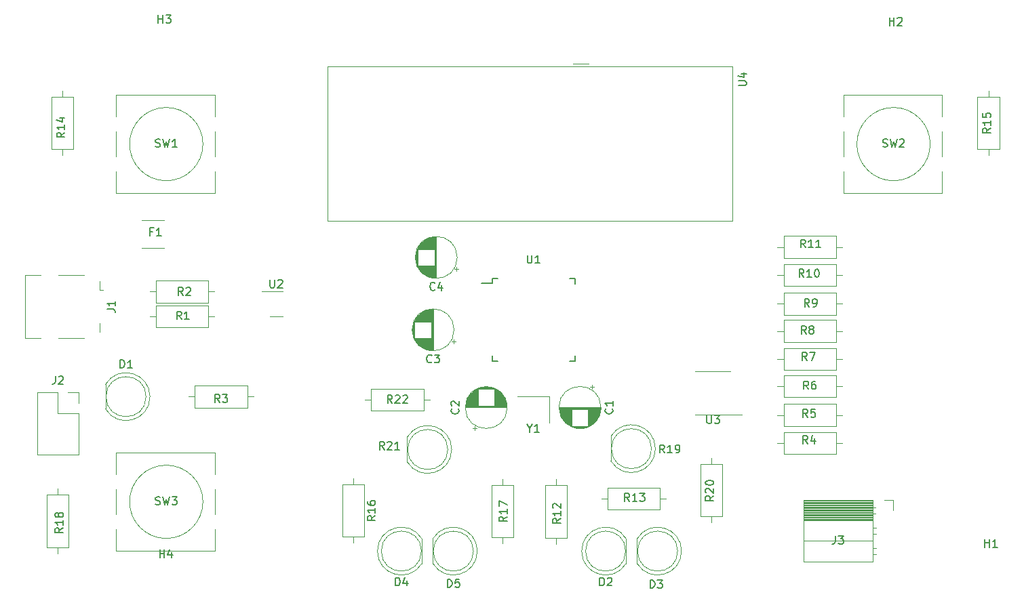
<source format=gbr>
%TF.GenerationSoftware,KiCad,Pcbnew,(7.0.0)*%
%TF.CreationDate,2023-05-30T12:42:47-06:00*%
%TF.ProjectId,GolfSpeedSensor,476f6c66-5370-4656-9564-53656e736f72,rev?*%
%TF.SameCoordinates,Original*%
%TF.FileFunction,Legend,Top*%
%TF.FilePolarity,Positive*%
%FSLAX46Y46*%
G04 Gerber Fmt 4.6, Leading zero omitted, Abs format (unit mm)*
G04 Created by KiCad (PCBNEW (7.0.0)) date 2023-05-30 12:42:47*
%MOMM*%
%LPD*%
G01*
G04 APERTURE LIST*
%ADD10C,0.150000*%
%ADD11C,0.120000*%
G04 APERTURE END LIST*
D10*
%TO.C,U1*%
X149828095Y-85267380D02*
X149828095Y-86076904D01*
X149828095Y-86076904D02*
X149875714Y-86172142D01*
X149875714Y-86172142D02*
X149923333Y-86219761D01*
X149923333Y-86219761D02*
X150018571Y-86267380D01*
X150018571Y-86267380D02*
X150209047Y-86267380D01*
X150209047Y-86267380D02*
X150304285Y-86219761D01*
X150304285Y-86219761D02*
X150351904Y-86172142D01*
X150351904Y-86172142D02*
X150399523Y-86076904D01*
X150399523Y-86076904D02*
X150399523Y-85267380D01*
X151399523Y-86267380D02*
X150828095Y-86267380D01*
X151113809Y-86267380D02*
X151113809Y-85267380D01*
X151113809Y-85267380D02*
X151018571Y-85410238D01*
X151018571Y-85410238D02*
X150923333Y-85505476D01*
X150923333Y-85505476D02*
X150828095Y-85553095D01*
%TO.C,R11*%
X184547142Y-84317380D02*
X184213809Y-83841190D01*
X183975714Y-84317380D02*
X183975714Y-83317380D01*
X183975714Y-83317380D02*
X184356666Y-83317380D01*
X184356666Y-83317380D02*
X184451904Y-83365000D01*
X184451904Y-83365000D02*
X184499523Y-83412619D01*
X184499523Y-83412619D02*
X184547142Y-83507857D01*
X184547142Y-83507857D02*
X184547142Y-83650714D01*
X184547142Y-83650714D02*
X184499523Y-83745952D01*
X184499523Y-83745952D02*
X184451904Y-83793571D01*
X184451904Y-83793571D02*
X184356666Y-83841190D01*
X184356666Y-83841190D02*
X183975714Y-83841190D01*
X185499523Y-84317380D02*
X184928095Y-84317380D01*
X185213809Y-84317380D02*
X185213809Y-83317380D01*
X185213809Y-83317380D02*
X185118571Y-83460238D01*
X185118571Y-83460238D02*
X185023333Y-83555476D01*
X185023333Y-83555476D02*
X184928095Y-83603095D01*
X186451904Y-84317380D02*
X185880476Y-84317380D01*
X186166190Y-84317380D02*
X186166190Y-83317380D01*
X186166190Y-83317380D02*
X186070952Y-83460238D01*
X186070952Y-83460238D02*
X185975714Y-83555476D01*
X185975714Y-83555476D02*
X185880476Y-83603095D01*
%TO.C,H2*%
X195038095Y-56567380D02*
X195038095Y-55567380D01*
X195038095Y-56043571D02*
X195609523Y-56043571D01*
X195609523Y-56567380D02*
X195609523Y-55567380D01*
X196038095Y-55662619D02*
X196085714Y-55615000D01*
X196085714Y-55615000D02*
X196180952Y-55567380D01*
X196180952Y-55567380D02*
X196419047Y-55567380D01*
X196419047Y-55567380D02*
X196514285Y-55615000D01*
X196514285Y-55615000D02*
X196561904Y-55662619D01*
X196561904Y-55662619D02*
X196609523Y-55757857D01*
X196609523Y-55757857D02*
X196609523Y-55853095D01*
X196609523Y-55853095D02*
X196561904Y-55995952D01*
X196561904Y-55995952D02*
X195990476Y-56567380D01*
X195990476Y-56567380D02*
X196609523Y-56567380D01*
%TO.C,J1*%
X97367380Y-92033333D02*
X98081666Y-92033333D01*
X98081666Y-92033333D02*
X98224523Y-92080952D01*
X98224523Y-92080952D02*
X98319761Y-92176190D01*
X98319761Y-92176190D02*
X98367380Y-92319047D01*
X98367380Y-92319047D02*
X98367380Y-92414285D01*
X98367380Y-91033333D02*
X98367380Y-91604761D01*
X98367380Y-91319047D02*
X97367380Y-91319047D01*
X97367380Y-91319047D02*
X97510238Y-91414285D01*
X97510238Y-91414285D02*
X97605476Y-91509523D01*
X97605476Y-91509523D02*
X97653095Y-91604761D01*
%TO.C,SW3*%
X103406667Y-116409761D02*
X103549524Y-116457380D01*
X103549524Y-116457380D02*
X103787619Y-116457380D01*
X103787619Y-116457380D02*
X103882857Y-116409761D01*
X103882857Y-116409761D02*
X103930476Y-116362142D01*
X103930476Y-116362142D02*
X103978095Y-116266904D01*
X103978095Y-116266904D02*
X103978095Y-116171666D01*
X103978095Y-116171666D02*
X103930476Y-116076428D01*
X103930476Y-116076428D02*
X103882857Y-116028809D01*
X103882857Y-116028809D02*
X103787619Y-115981190D01*
X103787619Y-115981190D02*
X103597143Y-115933571D01*
X103597143Y-115933571D02*
X103501905Y-115885952D01*
X103501905Y-115885952D02*
X103454286Y-115838333D01*
X103454286Y-115838333D02*
X103406667Y-115743095D01*
X103406667Y-115743095D02*
X103406667Y-115647857D01*
X103406667Y-115647857D02*
X103454286Y-115552619D01*
X103454286Y-115552619D02*
X103501905Y-115505000D01*
X103501905Y-115505000D02*
X103597143Y-115457380D01*
X103597143Y-115457380D02*
X103835238Y-115457380D01*
X103835238Y-115457380D02*
X103978095Y-115505000D01*
X104311429Y-115457380D02*
X104549524Y-116457380D01*
X104549524Y-116457380D02*
X104740000Y-115743095D01*
X104740000Y-115743095D02*
X104930476Y-116457380D01*
X104930476Y-116457380D02*
X105168572Y-115457380D01*
X105454286Y-115457380D02*
X106073333Y-115457380D01*
X106073333Y-115457380D02*
X105740000Y-115838333D01*
X105740000Y-115838333D02*
X105882857Y-115838333D01*
X105882857Y-115838333D02*
X105978095Y-115885952D01*
X105978095Y-115885952D02*
X106025714Y-115933571D01*
X106025714Y-115933571D02*
X106073333Y-116028809D01*
X106073333Y-116028809D02*
X106073333Y-116266904D01*
X106073333Y-116266904D02*
X106025714Y-116362142D01*
X106025714Y-116362142D02*
X105978095Y-116409761D01*
X105978095Y-116409761D02*
X105882857Y-116457380D01*
X105882857Y-116457380D02*
X105597143Y-116457380D01*
X105597143Y-116457380D02*
X105501905Y-116409761D01*
X105501905Y-116409761D02*
X105454286Y-116362142D01*
%TO.C,D2*%
X158856905Y-126577380D02*
X158856905Y-125577380D01*
X158856905Y-125577380D02*
X159095000Y-125577380D01*
X159095000Y-125577380D02*
X159237857Y-125625000D01*
X159237857Y-125625000D02*
X159333095Y-125720238D01*
X159333095Y-125720238D02*
X159380714Y-125815476D01*
X159380714Y-125815476D02*
X159428333Y-126005952D01*
X159428333Y-126005952D02*
X159428333Y-126148809D01*
X159428333Y-126148809D02*
X159380714Y-126339285D01*
X159380714Y-126339285D02*
X159333095Y-126434523D01*
X159333095Y-126434523D02*
X159237857Y-126529761D01*
X159237857Y-126529761D02*
X159095000Y-126577380D01*
X159095000Y-126577380D02*
X158856905Y-126577380D01*
X159809286Y-125672619D02*
X159856905Y-125625000D01*
X159856905Y-125625000D02*
X159952143Y-125577380D01*
X159952143Y-125577380D02*
X160190238Y-125577380D01*
X160190238Y-125577380D02*
X160285476Y-125625000D01*
X160285476Y-125625000D02*
X160333095Y-125672619D01*
X160333095Y-125672619D02*
X160380714Y-125767857D01*
X160380714Y-125767857D02*
X160380714Y-125863095D01*
X160380714Y-125863095D02*
X160333095Y-126005952D01*
X160333095Y-126005952D02*
X159761667Y-126577380D01*
X159761667Y-126577380D02*
X160380714Y-126577380D01*
%TO.C,Y1*%
X150113809Y-106891190D02*
X150113809Y-107367380D01*
X149780476Y-106367380D02*
X150113809Y-106891190D01*
X150113809Y-106891190D02*
X150447142Y-106367380D01*
X151304285Y-107367380D02*
X150732857Y-107367380D01*
X151018571Y-107367380D02*
X151018571Y-106367380D01*
X151018571Y-106367380D02*
X150923333Y-106510238D01*
X150923333Y-106510238D02*
X150828095Y-106605476D01*
X150828095Y-106605476D02*
X150732857Y-106653095D01*
%TO.C,R8*%
X184623333Y-95117380D02*
X184290000Y-94641190D01*
X184051905Y-95117380D02*
X184051905Y-94117380D01*
X184051905Y-94117380D02*
X184432857Y-94117380D01*
X184432857Y-94117380D02*
X184528095Y-94165000D01*
X184528095Y-94165000D02*
X184575714Y-94212619D01*
X184575714Y-94212619D02*
X184623333Y-94307857D01*
X184623333Y-94307857D02*
X184623333Y-94450714D01*
X184623333Y-94450714D02*
X184575714Y-94545952D01*
X184575714Y-94545952D02*
X184528095Y-94593571D01*
X184528095Y-94593571D02*
X184432857Y-94641190D01*
X184432857Y-94641190D02*
X184051905Y-94641190D01*
X185194762Y-94545952D02*
X185099524Y-94498333D01*
X185099524Y-94498333D02*
X185051905Y-94450714D01*
X185051905Y-94450714D02*
X185004286Y-94355476D01*
X185004286Y-94355476D02*
X185004286Y-94307857D01*
X185004286Y-94307857D02*
X185051905Y-94212619D01*
X185051905Y-94212619D02*
X185099524Y-94165000D01*
X185099524Y-94165000D02*
X185194762Y-94117380D01*
X185194762Y-94117380D02*
X185385238Y-94117380D01*
X185385238Y-94117380D02*
X185480476Y-94165000D01*
X185480476Y-94165000D02*
X185528095Y-94212619D01*
X185528095Y-94212619D02*
X185575714Y-94307857D01*
X185575714Y-94307857D02*
X185575714Y-94355476D01*
X185575714Y-94355476D02*
X185528095Y-94450714D01*
X185528095Y-94450714D02*
X185480476Y-94498333D01*
X185480476Y-94498333D02*
X185385238Y-94545952D01*
X185385238Y-94545952D02*
X185194762Y-94545952D01*
X185194762Y-94545952D02*
X185099524Y-94593571D01*
X185099524Y-94593571D02*
X185051905Y-94641190D01*
X185051905Y-94641190D02*
X185004286Y-94736428D01*
X185004286Y-94736428D02*
X185004286Y-94926904D01*
X185004286Y-94926904D02*
X185051905Y-95022142D01*
X185051905Y-95022142D02*
X185099524Y-95069761D01*
X185099524Y-95069761D02*
X185194762Y-95117380D01*
X185194762Y-95117380D02*
X185385238Y-95117380D01*
X185385238Y-95117380D02*
X185480476Y-95069761D01*
X185480476Y-95069761D02*
X185528095Y-95022142D01*
X185528095Y-95022142D02*
X185575714Y-94926904D01*
X185575714Y-94926904D02*
X185575714Y-94736428D01*
X185575714Y-94736428D02*
X185528095Y-94641190D01*
X185528095Y-94641190D02*
X185480476Y-94593571D01*
X185480476Y-94593571D02*
X185385238Y-94545952D01*
%TO.C,R10*%
X184347142Y-88017380D02*
X184013809Y-87541190D01*
X183775714Y-88017380D02*
X183775714Y-87017380D01*
X183775714Y-87017380D02*
X184156666Y-87017380D01*
X184156666Y-87017380D02*
X184251904Y-87065000D01*
X184251904Y-87065000D02*
X184299523Y-87112619D01*
X184299523Y-87112619D02*
X184347142Y-87207857D01*
X184347142Y-87207857D02*
X184347142Y-87350714D01*
X184347142Y-87350714D02*
X184299523Y-87445952D01*
X184299523Y-87445952D02*
X184251904Y-87493571D01*
X184251904Y-87493571D02*
X184156666Y-87541190D01*
X184156666Y-87541190D02*
X183775714Y-87541190D01*
X185299523Y-88017380D02*
X184728095Y-88017380D01*
X185013809Y-88017380D02*
X185013809Y-87017380D01*
X185013809Y-87017380D02*
X184918571Y-87160238D01*
X184918571Y-87160238D02*
X184823333Y-87255476D01*
X184823333Y-87255476D02*
X184728095Y-87303095D01*
X185918571Y-87017380D02*
X186013809Y-87017380D01*
X186013809Y-87017380D02*
X186109047Y-87065000D01*
X186109047Y-87065000D02*
X186156666Y-87112619D01*
X186156666Y-87112619D02*
X186204285Y-87207857D01*
X186204285Y-87207857D02*
X186251904Y-87398333D01*
X186251904Y-87398333D02*
X186251904Y-87636428D01*
X186251904Y-87636428D02*
X186204285Y-87826904D01*
X186204285Y-87826904D02*
X186156666Y-87922142D01*
X186156666Y-87922142D02*
X186109047Y-87969761D01*
X186109047Y-87969761D02*
X186013809Y-88017380D01*
X186013809Y-88017380D02*
X185918571Y-88017380D01*
X185918571Y-88017380D02*
X185823333Y-87969761D01*
X185823333Y-87969761D02*
X185775714Y-87922142D01*
X185775714Y-87922142D02*
X185728095Y-87826904D01*
X185728095Y-87826904D02*
X185680476Y-87636428D01*
X185680476Y-87636428D02*
X185680476Y-87398333D01*
X185680476Y-87398333D02*
X185728095Y-87207857D01*
X185728095Y-87207857D02*
X185775714Y-87112619D01*
X185775714Y-87112619D02*
X185823333Y-87065000D01*
X185823333Y-87065000D02*
X185918571Y-87017380D01*
%TO.C,J3*%
X188291666Y-120352380D02*
X188291666Y-121066666D01*
X188291666Y-121066666D02*
X188244047Y-121209523D01*
X188244047Y-121209523D02*
X188148809Y-121304761D01*
X188148809Y-121304761D02*
X188005952Y-121352380D01*
X188005952Y-121352380D02*
X187910714Y-121352380D01*
X188672619Y-120352380D02*
X189291666Y-120352380D01*
X189291666Y-120352380D02*
X188958333Y-120733333D01*
X188958333Y-120733333D02*
X189101190Y-120733333D01*
X189101190Y-120733333D02*
X189196428Y-120780952D01*
X189196428Y-120780952D02*
X189244047Y-120828571D01*
X189244047Y-120828571D02*
X189291666Y-120923809D01*
X189291666Y-120923809D02*
X189291666Y-121161904D01*
X189291666Y-121161904D02*
X189244047Y-121257142D01*
X189244047Y-121257142D02*
X189196428Y-121304761D01*
X189196428Y-121304761D02*
X189101190Y-121352380D01*
X189101190Y-121352380D02*
X188815476Y-121352380D01*
X188815476Y-121352380D02*
X188720238Y-121304761D01*
X188720238Y-121304761D02*
X188672619Y-121257142D01*
%TO.C,H4*%
X103938095Y-123067380D02*
X103938095Y-122067380D01*
X103938095Y-122543571D02*
X104509523Y-122543571D01*
X104509523Y-123067380D02*
X104509523Y-122067380D01*
X105414285Y-122400714D02*
X105414285Y-123067380D01*
X105176190Y-122019761D02*
X104938095Y-122734047D01*
X104938095Y-122734047D02*
X105557142Y-122734047D01*
%TO.C,R2*%
X106833333Y-90292380D02*
X106500000Y-89816190D01*
X106261905Y-90292380D02*
X106261905Y-89292380D01*
X106261905Y-89292380D02*
X106642857Y-89292380D01*
X106642857Y-89292380D02*
X106738095Y-89340000D01*
X106738095Y-89340000D02*
X106785714Y-89387619D01*
X106785714Y-89387619D02*
X106833333Y-89482857D01*
X106833333Y-89482857D02*
X106833333Y-89625714D01*
X106833333Y-89625714D02*
X106785714Y-89720952D01*
X106785714Y-89720952D02*
X106738095Y-89768571D01*
X106738095Y-89768571D02*
X106642857Y-89816190D01*
X106642857Y-89816190D02*
X106261905Y-89816190D01*
X107214286Y-89387619D02*
X107261905Y-89340000D01*
X107261905Y-89340000D02*
X107357143Y-89292380D01*
X107357143Y-89292380D02*
X107595238Y-89292380D01*
X107595238Y-89292380D02*
X107690476Y-89340000D01*
X107690476Y-89340000D02*
X107738095Y-89387619D01*
X107738095Y-89387619D02*
X107785714Y-89482857D01*
X107785714Y-89482857D02*
X107785714Y-89578095D01*
X107785714Y-89578095D02*
X107738095Y-89720952D01*
X107738095Y-89720952D02*
X107166667Y-90292380D01*
X107166667Y-90292380D02*
X107785714Y-90292380D01*
%TO.C,R22*%
X132957142Y-103767380D02*
X132623809Y-103291190D01*
X132385714Y-103767380D02*
X132385714Y-102767380D01*
X132385714Y-102767380D02*
X132766666Y-102767380D01*
X132766666Y-102767380D02*
X132861904Y-102815000D01*
X132861904Y-102815000D02*
X132909523Y-102862619D01*
X132909523Y-102862619D02*
X132957142Y-102957857D01*
X132957142Y-102957857D02*
X132957142Y-103100714D01*
X132957142Y-103100714D02*
X132909523Y-103195952D01*
X132909523Y-103195952D02*
X132861904Y-103243571D01*
X132861904Y-103243571D02*
X132766666Y-103291190D01*
X132766666Y-103291190D02*
X132385714Y-103291190D01*
X133338095Y-102862619D02*
X133385714Y-102815000D01*
X133385714Y-102815000D02*
X133480952Y-102767380D01*
X133480952Y-102767380D02*
X133719047Y-102767380D01*
X133719047Y-102767380D02*
X133814285Y-102815000D01*
X133814285Y-102815000D02*
X133861904Y-102862619D01*
X133861904Y-102862619D02*
X133909523Y-102957857D01*
X133909523Y-102957857D02*
X133909523Y-103053095D01*
X133909523Y-103053095D02*
X133861904Y-103195952D01*
X133861904Y-103195952D02*
X133290476Y-103767380D01*
X133290476Y-103767380D02*
X133909523Y-103767380D01*
X134290476Y-102862619D02*
X134338095Y-102815000D01*
X134338095Y-102815000D02*
X134433333Y-102767380D01*
X134433333Y-102767380D02*
X134671428Y-102767380D01*
X134671428Y-102767380D02*
X134766666Y-102815000D01*
X134766666Y-102815000D02*
X134814285Y-102862619D01*
X134814285Y-102862619D02*
X134861904Y-102957857D01*
X134861904Y-102957857D02*
X134861904Y-103053095D01*
X134861904Y-103053095D02*
X134814285Y-103195952D01*
X134814285Y-103195952D02*
X134242857Y-103767380D01*
X134242857Y-103767380D02*
X134861904Y-103767380D01*
%TO.C,R19*%
X166957142Y-109967380D02*
X166623809Y-109491190D01*
X166385714Y-109967380D02*
X166385714Y-108967380D01*
X166385714Y-108967380D02*
X166766666Y-108967380D01*
X166766666Y-108967380D02*
X166861904Y-109015000D01*
X166861904Y-109015000D02*
X166909523Y-109062619D01*
X166909523Y-109062619D02*
X166957142Y-109157857D01*
X166957142Y-109157857D02*
X166957142Y-109300714D01*
X166957142Y-109300714D02*
X166909523Y-109395952D01*
X166909523Y-109395952D02*
X166861904Y-109443571D01*
X166861904Y-109443571D02*
X166766666Y-109491190D01*
X166766666Y-109491190D02*
X166385714Y-109491190D01*
X167909523Y-109967380D02*
X167338095Y-109967380D01*
X167623809Y-109967380D02*
X167623809Y-108967380D01*
X167623809Y-108967380D02*
X167528571Y-109110238D01*
X167528571Y-109110238D02*
X167433333Y-109205476D01*
X167433333Y-109205476D02*
X167338095Y-109253095D01*
X168385714Y-109967380D02*
X168576190Y-109967380D01*
X168576190Y-109967380D02*
X168671428Y-109919761D01*
X168671428Y-109919761D02*
X168719047Y-109872142D01*
X168719047Y-109872142D02*
X168814285Y-109729285D01*
X168814285Y-109729285D02*
X168861904Y-109538809D01*
X168861904Y-109538809D02*
X168861904Y-109157857D01*
X168861904Y-109157857D02*
X168814285Y-109062619D01*
X168814285Y-109062619D02*
X168766666Y-109015000D01*
X168766666Y-109015000D02*
X168671428Y-108967380D01*
X168671428Y-108967380D02*
X168480952Y-108967380D01*
X168480952Y-108967380D02*
X168385714Y-109015000D01*
X168385714Y-109015000D02*
X168338095Y-109062619D01*
X168338095Y-109062619D02*
X168290476Y-109157857D01*
X168290476Y-109157857D02*
X168290476Y-109395952D01*
X168290476Y-109395952D02*
X168338095Y-109491190D01*
X168338095Y-109491190D02*
X168385714Y-109538809D01*
X168385714Y-109538809D02*
X168480952Y-109586428D01*
X168480952Y-109586428D02*
X168671428Y-109586428D01*
X168671428Y-109586428D02*
X168766666Y-109538809D01*
X168766666Y-109538809D02*
X168814285Y-109491190D01*
X168814285Y-109491190D02*
X168861904Y-109395952D01*
%TO.C,R17*%
X147277380Y-117942857D02*
X146801190Y-118276190D01*
X147277380Y-118514285D02*
X146277380Y-118514285D01*
X146277380Y-118514285D02*
X146277380Y-118133333D01*
X146277380Y-118133333D02*
X146325000Y-118038095D01*
X146325000Y-118038095D02*
X146372619Y-117990476D01*
X146372619Y-117990476D02*
X146467857Y-117942857D01*
X146467857Y-117942857D02*
X146610714Y-117942857D01*
X146610714Y-117942857D02*
X146705952Y-117990476D01*
X146705952Y-117990476D02*
X146753571Y-118038095D01*
X146753571Y-118038095D02*
X146801190Y-118133333D01*
X146801190Y-118133333D02*
X146801190Y-118514285D01*
X147277380Y-116990476D02*
X147277380Y-117561904D01*
X147277380Y-117276190D02*
X146277380Y-117276190D01*
X146277380Y-117276190D02*
X146420238Y-117371428D01*
X146420238Y-117371428D02*
X146515476Y-117466666D01*
X146515476Y-117466666D02*
X146563095Y-117561904D01*
X146277380Y-116657142D02*
X146277380Y-115990476D01*
X146277380Y-115990476D02*
X147277380Y-116419047D01*
%TO.C,SW1*%
X103406667Y-71709761D02*
X103549524Y-71757380D01*
X103549524Y-71757380D02*
X103787619Y-71757380D01*
X103787619Y-71757380D02*
X103882857Y-71709761D01*
X103882857Y-71709761D02*
X103930476Y-71662142D01*
X103930476Y-71662142D02*
X103978095Y-71566904D01*
X103978095Y-71566904D02*
X103978095Y-71471666D01*
X103978095Y-71471666D02*
X103930476Y-71376428D01*
X103930476Y-71376428D02*
X103882857Y-71328809D01*
X103882857Y-71328809D02*
X103787619Y-71281190D01*
X103787619Y-71281190D02*
X103597143Y-71233571D01*
X103597143Y-71233571D02*
X103501905Y-71185952D01*
X103501905Y-71185952D02*
X103454286Y-71138333D01*
X103454286Y-71138333D02*
X103406667Y-71043095D01*
X103406667Y-71043095D02*
X103406667Y-70947857D01*
X103406667Y-70947857D02*
X103454286Y-70852619D01*
X103454286Y-70852619D02*
X103501905Y-70805000D01*
X103501905Y-70805000D02*
X103597143Y-70757380D01*
X103597143Y-70757380D02*
X103835238Y-70757380D01*
X103835238Y-70757380D02*
X103978095Y-70805000D01*
X104311429Y-70757380D02*
X104549524Y-71757380D01*
X104549524Y-71757380D02*
X104740000Y-71043095D01*
X104740000Y-71043095D02*
X104930476Y-71757380D01*
X104930476Y-71757380D02*
X105168572Y-70757380D01*
X106073333Y-71757380D02*
X105501905Y-71757380D01*
X105787619Y-71757380D02*
X105787619Y-70757380D01*
X105787619Y-70757380D02*
X105692381Y-70900238D01*
X105692381Y-70900238D02*
X105597143Y-70995476D01*
X105597143Y-70995476D02*
X105501905Y-71043095D01*
%TO.C,U2*%
X117688095Y-88342380D02*
X117688095Y-89151904D01*
X117688095Y-89151904D02*
X117735714Y-89247142D01*
X117735714Y-89247142D02*
X117783333Y-89294761D01*
X117783333Y-89294761D02*
X117878571Y-89342380D01*
X117878571Y-89342380D02*
X118069047Y-89342380D01*
X118069047Y-89342380D02*
X118164285Y-89294761D01*
X118164285Y-89294761D02*
X118211904Y-89247142D01*
X118211904Y-89247142D02*
X118259523Y-89151904D01*
X118259523Y-89151904D02*
X118259523Y-88342380D01*
X118688095Y-88437619D02*
X118735714Y-88390000D01*
X118735714Y-88390000D02*
X118830952Y-88342380D01*
X118830952Y-88342380D02*
X119069047Y-88342380D01*
X119069047Y-88342380D02*
X119164285Y-88390000D01*
X119164285Y-88390000D02*
X119211904Y-88437619D01*
X119211904Y-88437619D02*
X119259523Y-88532857D01*
X119259523Y-88532857D02*
X119259523Y-88628095D01*
X119259523Y-88628095D02*
X119211904Y-88770952D01*
X119211904Y-88770952D02*
X118640476Y-89342380D01*
X118640476Y-89342380D02*
X119259523Y-89342380D01*
%TO.C,R12*%
X153977380Y-118192857D02*
X153501190Y-118526190D01*
X153977380Y-118764285D02*
X152977380Y-118764285D01*
X152977380Y-118764285D02*
X152977380Y-118383333D01*
X152977380Y-118383333D02*
X153025000Y-118288095D01*
X153025000Y-118288095D02*
X153072619Y-118240476D01*
X153072619Y-118240476D02*
X153167857Y-118192857D01*
X153167857Y-118192857D02*
X153310714Y-118192857D01*
X153310714Y-118192857D02*
X153405952Y-118240476D01*
X153405952Y-118240476D02*
X153453571Y-118288095D01*
X153453571Y-118288095D02*
X153501190Y-118383333D01*
X153501190Y-118383333D02*
X153501190Y-118764285D01*
X153977380Y-117240476D02*
X153977380Y-117811904D01*
X153977380Y-117526190D02*
X152977380Y-117526190D01*
X152977380Y-117526190D02*
X153120238Y-117621428D01*
X153120238Y-117621428D02*
X153215476Y-117716666D01*
X153215476Y-117716666D02*
X153263095Y-117811904D01*
X153072619Y-116859523D02*
X153025000Y-116811904D01*
X153025000Y-116811904D02*
X152977380Y-116716666D01*
X152977380Y-116716666D02*
X152977380Y-116478571D01*
X152977380Y-116478571D02*
X153025000Y-116383333D01*
X153025000Y-116383333D02*
X153072619Y-116335714D01*
X153072619Y-116335714D02*
X153167857Y-116288095D01*
X153167857Y-116288095D02*
X153263095Y-116288095D01*
X153263095Y-116288095D02*
X153405952Y-116335714D01*
X153405952Y-116335714D02*
X153977380Y-116907142D01*
X153977380Y-116907142D02*
X153977380Y-116288095D01*
%TO.C,R20*%
X173067380Y-115342857D02*
X172591190Y-115676190D01*
X173067380Y-115914285D02*
X172067380Y-115914285D01*
X172067380Y-115914285D02*
X172067380Y-115533333D01*
X172067380Y-115533333D02*
X172115000Y-115438095D01*
X172115000Y-115438095D02*
X172162619Y-115390476D01*
X172162619Y-115390476D02*
X172257857Y-115342857D01*
X172257857Y-115342857D02*
X172400714Y-115342857D01*
X172400714Y-115342857D02*
X172495952Y-115390476D01*
X172495952Y-115390476D02*
X172543571Y-115438095D01*
X172543571Y-115438095D02*
X172591190Y-115533333D01*
X172591190Y-115533333D02*
X172591190Y-115914285D01*
X172162619Y-114961904D02*
X172115000Y-114914285D01*
X172115000Y-114914285D02*
X172067380Y-114819047D01*
X172067380Y-114819047D02*
X172067380Y-114580952D01*
X172067380Y-114580952D02*
X172115000Y-114485714D01*
X172115000Y-114485714D02*
X172162619Y-114438095D01*
X172162619Y-114438095D02*
X172257857Y-114390476D01*
X172257857Y-114390476D02*
X172353095Y-114390476D01*
X172353095Y-114390476D02*
X172495952Y-114438095D01*
X172495952Y-114438095D02*
X173067380Y-115009523D01*
X173067380Y-115009523D02*
X173067380Y-114390476D01*
X172067380Y-113771428D02*
X172067380Y-113676190D01*
X172067380Y-113676190D02*
X172115000Y-113580952D01*
X172115000Y-113580952D02*
X172162619Y-113533333D01*
X172162619Y-113533333D02*
X172257857Y-113485714D01*
X172257857Y-113485714D02*
X172448333Y-113438095D01*
X172448333Y-113438095D02*
X172686428Y-113438095D01*
X172686428Y-113438095D02*
X172876904Y-113485714D01*
X172876904Y-113485714D02*
X172972142Y-113533333D01*
X172972142Y-113533333D02*
X173019761Y-113580952D01*
X173019761Y-113580952D02*
X173067380Y-113676190D01*
X173067380Y-113676190D02*
X173067380Y-113771428D01*
X173067380Y-113771428D02*
X173019761Y-113866666D01*
X173019761Y-113866666D02*
X172972142Y-113914285D01*
X172972142Y-113914285D02*
X172876904Y-113961904D01*
X172876904Y-113961904D02*
X172686428Y-114009523D01*
X172686428Y-114009523D02*
X172448333Y-114009523D01*
X172448333Y-114009523D02*
X172257857Y-113961904D01*
X172257857Y-113961904D02*
X172162619Y-113914285D01*
X172162619Y-113914285D02*
X172115000Y-113866666D01*
X172115000Y-113866666D02*
X172067380Y-113771428D01*
%TO.C,R7*%
X184723333Y-98417380D02*
X184390000Y-97941190D01*
X184151905Y-98417380D02*
X184151905Y-97417380D01*
X184151905Y-97417380D02*
X184532857Y-97417380D01*
X184532857Y-97417380D02*
X184628095Y-97465000D01*
X184628095Y-97465000D02*
X184675714Y-97512619D01*
X184675714Y-97512619D02*
X184723333Y-97607857D01*
X184723333Y-97607857D02*
X184723333Y-97750714D01*
X184723333Y-97750714D02*
X184675714Y-97845952D01*
X184675714Y-97845952D02*
X184628095Y-97893571D01*
X184628095Y-97893571D02*
X184532857Y-97941190D01*
X184532857Y-97941190D02*
X184151905Y-97941190D01*
X185056667Y-97417380D02*
X185723333Y-97417380D01*
X185723333Y-97417380D02*
X185294762Y-98417380D01*
%TO.C,R1*%
X106633333Y-93292380D02*
X106300000Y-92816190D01*
X106061905Y-93292380D02*
X106061905Y-92292380D01*
X106061905Y-92292380D02*
X106442857Y-92292380D01*
X106442857Y-92292380D02*
X106538095Y-92340000D01*
X106538095Y-92340000D02*
X106585714Y-92387619D01*
X106585714Y-92387619D02*
X106633333Y-92482857D01*
X106633333Y-92482857D02*
X106633333Y-92625714D01*
X106633333Y-92625714D02*
X106585714Y-92720952D01*
X106585714Y-92720952D02*
X106538095Y-92768571D01*
X106538095Y-92768571D02*
X106442857Y-92816190D01*
X106442857Y-92816190D02*
X106061905Y-92816190D01*
X107585714Y-93292380D02*
X107014286Y-93292380D01*
X107300000Y-93292380D02*
X107300000Y-92292380D01*
X107300000Y-92292380D02*
X107204762Y-92435238D01*
X107204762Y-92435238D02*
X107109524Y-92530476D01*
X107109524Y-92530476D02*
X107014286Y-92578095D01*
%TO.C,D1*%
X98981905Y-99357380D02*
X98981905Y-98357380D01*
X98981905Y-98357380D02*
X99220000Y-98357380D01*
X99220000Y-98357380D02*
X99362857Y-98405000D01*
X99362857Y-98405000D02*
X99458095Y-98500238D01*
X99458095Y-98500238D02*
X99505714Y-98595476D01*
X99505714Y-98595476D02*
X99553333Y-98785952D01*
X99553333Y-98785952D02*
X99553333Y-98928809D01*
X99553333Y-98928809D02*
X99505714Y-99119285D01*
X99505714Y-99119285D02*
X99458095Y-99214523D01*
X99458095Y-99214523D02*
X99362857Y-99309761D01*
X99362857Y-99309761D02*
X99220000Y-99357380D01*
X99220000Y-99357380D02*
X98981905Y-99357380D01*
X100505714Y-99357380D02*
X99934286Y-99357380D01*
X100220000Y-99357380D02*
X100220000Y-98357380D01*
X100220000Y-98357380D02*
X100124762Y-98500238D01*
X100124762Y-98500238D02*
X100029524Y-98595476D01*
X100029524Y-98595476D02*
X99934286Y-98643095D01*
%TO.C,D3*%
X165161905Y-126867380D02*
X165161905Y-125867380D01*
X165161905Y-125867380D02*
X165400000Y-125867380D01*
X165400000Y-125867380D02*
X165542857Y-125915000D01*
X165542857Y-125915000D02*
X165638095Y-126010238D01*
X165638095Y-126010238D02*
X165685714Y-126105476D01*
X165685714Y-126105476D02*
X165733333Y-126295952D01*
X165733333Y-126295952D02*
X165733333Y-126438809D01*
X165733333Y-126438809D02*
X165685714Y-126629285D01*
X165685714Y-126629285D02*
X165638095Y-126724523D01*
X165638095Y-126724523D02*
X165542857Y-126819761D01*
X165542857Y-126819761D02*
X165400000Y-126867380D01*
X165400000Y-126867380D02*
X165161905Y-126867380D01*
X166066667Y-125867380D02*
X166685714Y-125867380D01*
X166685714Y-125867380D02*
X166352381Y-126248333D01*
X166352381Y-126248333D02*
X166495238Y-126248333D01*
X166495238Y-126248333D02*
X166590476Y-126295952D01*
X166590476Y-126295952D02*
X166638095Y-126343571D01*
X166638095Y-126343571D02*
X166685714Y-126438809D01*
X166685714Y-126438809D02*
X166685714Y-126676904D01*
X166685714Y-126676904D02*
X166638095Y-126772142D01*
X166638095Y-126772142D02*
X166590476Y-126819761D01*
X166590476Y-126819761D02*
X166495238Y-126867380D01*
X166495238Y-126867380D02*
X166209524Y-126867380D01*
X166209524Y-126867380D02*
X166114286Y-126819761D01*
X166114286Y-126819761D02*
X166066667Y-126772142D01*
%TO.C,F1*%
X103066666Y-82343571D02*
X102733333Y-82343571D01*
X102733333Y-82867380D02*
X102733333Y-81867380D01*
X102733333Y-81867380D02*
X103209523Y-81867380D01*
X104114285Y-82867380D02*
X103542857Y-82867380D01*
X103828571Y-82867380D02*
X103828571Y-81867380D01*
X103828571Y-81867380D02*
X103733333Y-82010238D01*
X103733333Y-82010238D02*
X103638095Y-82105476D01*
X103638095Y-82105476D02*
X103542857Y-82153095D01*
%TO.C,R21*%
X131957142Y-109567380D02*
X131623809Y-109091190D01*
X131385714Y-109567380D02*
X131385714Y-108567380D01*
X131385714Y-108567380D02*
X131766666Y-108567380D01*
X131766666Y-108567380D02*
X131861904Y-108615000D01*
X131861904Y-108615000D02*
X131909523Y-108662619D01*
X131909523Y-108662619D02*
X131957142Y-108757857D01*
X131957142Y-108757857D02*
X131957142Y-108900714D01*
X131957142Y-108900714D02*
X131909523Y-108995952D01*
X131909523Y-108995952D02*
X131861904Y-109043571D01*
X131861904Y-109043571D02*
X131766666Y-109091190D01*
X131766666Y-109091190D02*
X131385714Y-109091190D01*
X132338095Y-108662619D02*
X132385714Y-108615000D01*
X132385714Y-108615000D02*
X132480952Y-108567380D01*
X132480952Y-108567380D02*
X132719047Y-108567380D01*
X132719047Y-108567380D02*
X132814285Y-108615000D01*
X132814285Y-108615000D02*
X132861904Y-108662619D01*
X132861904Y-108662619D02*
X132909523Y-108757857D01*
X132909523Y-108757857D02*
X132909523Y-108853095D01*
X132909523Y-108853095D02*
X132861904Y-108995952D01*
X132861904Y-108995952D02*
X132290476Y-109567380D01*
X132290476Y-109567380D02*
X132909523Y-109567380D01*
X133861904Y-109567380D02*
X133290476Y-109567380D01*
X133576190Y-109567380D02*
X133576190Y-108567380D01*
X133576190Y-108567380D02*
X133480952Y-108710238D01*
X133480952Y-108710238D02*
X133385714Y-108805476D01*
X133385714Y-108805476D02*
X133290476Y-108853095D01*
%TO.C,J2*%
X90886666Y-100372380D02*
X90886666Y-101086666D01*
X90886666Y-101086666D02*
X90839047Y-101229523D01*
X90839047Y-101229523D02*
X90743809Y-101324761D01*
X90743809Y-101324761D02*
X90600952Y-101372380D01*
X90600952Y-101372380D02*
X90505714Y-101372380D01*
X91315238Y-100467619D02*
X91362857Y-100420000D01*
X91362857Y-100420000D02*
X91458095Y-100372380D01*
X91458095Y-100372380D02*
X91696190Y-100372380D01*
X91696190Y-100372380D02*
X91791428Y-100420000D01*
X91791428Y-100420000D02*
X91839047Y-100467619D01*
X91839047Y-100467619D02*
X91886666Y-100562857D01*
X91886666Y-100562857D02*
X91886666Y-100658095D01*
X91886666Y-100658095D02*
X91839047Y-100800952D01*
X91839047Y-100800952D02*
X91267619Y-101372380D01*
X91267619Y-101372380D02*
X91886666Y-101372380D01*
%TO.C,H3*%
X103738095Y-56267380D02*
X103738095Y-55267380D01*
X103738095Y-55743571D02*
X104309523Y-55743571D01*
X104309523Y-56267380D02*
X104309523Y-55267380D01*
X104690476Y-55267380D02*
X105309523Y-55267380D01*
X105309523Y-55267380D02*
X104976190Y-55648333D01*
X104976190Y-55648333D02*
X105119047Y-55648333D01*
X105119047Y-55648333D02*
X105214285Y-55695952D01*
X105214285Y-55695952D02*
X105261904Y-55743571D01*
X105261904Y-55743571D02*
X105309523Y-55838809D01*
X105309523Y-55838809D02*
X105309523Y-56076904D01*
X105309523Y-56076904D02*
X105261904Y-56172142D01*
X105261904Y-56172142D02*
X105214285Y-56219761D01*
X105214285Y-56219761D02*
X105119047Y-56267380D01*
X105119047Y-56267380D02*
X104833333Y-56267380D01*
X104833333Y-56267380D02*
X104738095Y-56219761D01*
X104738095Y-56219761D02*
X104690476Y-56172142D01*
%TO.C,R16*%
X130837380Y-117842857D02*
X130361190Y-118176190D01*
X130837380Y-118414285D02*
X129837380Y-118414285D01*
X129837380Y-118414285D02*
X129837380Y-118033333D01*
X129837380Y-118033333D02*
X129885000Y-117938095D01*
X129885000Y-117938095D02*
X129932619Y-117890476D01*
X129932619Y-117890476D02*
X130027857Y-117842857D01*
X130027857Y-117842857D02*
X130170714Y-117842857D01*
X130170714Y-117842857D02*
X130265952Y-117890476D01*
X130265952Y-117890476D02*
X130313571Y-117938095D01*
X130313571Y-117938095D02*
X130361190Y-118033333D01*
X130361190Y-118033333D02*
X130361190Y-118414285D01*
X130837380Y-116890476D02*
X130837380Y-117461904D01*
X130837380Y-117176190D02*
X129837380Y-117176190D01*
X129837380Y-117176190D02*
X129980238Y-117271428D01*
X129980238Y-117271428D02*
X130075476Y-117366666D01*
X130075476Y-117366666D02*
X130123095Y-117461904D01*
X129837380Y-116033333D02*
X129837380Y-116223809D01*
X129837380Y-116223809D02*
X129885000Y-116319047D01*
X129885000Y-116319047D02*
X129932619Y-116366666D01*
X129932619Y-116366666D02*
X130075476Y-116461904D01*
X130075476Y-116461904D02*
X130265952Y-116509523D01*
X130265952Y-116509523D02*
X130646904Y-116509523D01*
X130646904Y-116509523D02*
X130742142Y-116461904D01*
X130742142Y-116461904D02*
X130789761Y-116414285D01*
X130789761Y-116414285D02*
X130837380Y-116319047D01*
X130837380Y-116319047D02*
X130837380Y-116128571D01*
X130837380Y-116128571D02*
X130789761Y-116033333D01*
X130789761Y-116033333D02*
X130742142Y-115985714D01*
X130742142Y-115985714D02*
X130646904Y-115938095D01*
X130646904Y-115938095D02*
X130408809Y-115938095D01*
X130408809Y-115938095D02*
X130313571Y-115985714D01*
X130313571Y-115985714D02*
X130265952Y-116033333D01*
X130265952Y-116033333D02*
X130218333Y-116128571D01*
X130218333Y-116128571D02*
X130218333Y-116319047D01*
X130218333Y-116319047D02*
X130265952Y-116414285D01*
X130265952Y-116414285D02*
X130313571Y-116461904D01*
X130313571Y-116461904D02*
X130408809Y-116509523D01*
%TO.C,R5*%
X184823333Y-105517380D02*
X184490000Y-105041190D01*
X184251905Y-105517380D02*
X184251905Y-104517380D01*
X184251905Y-104517380D02*
X184632857Y-104517380D01*
X184632857Y-104517380D02*
X184728095Y-104565000D01*
X184728095Y-104565000D02*
X184775714Y-104612619D01*
X184775714Y-104612619D02*
X184823333Y-104707857D01*
X184823333Y-104707857D02*
X184823333Y-104850714D01*
X184823333Y-104850714D02*
X184775714Y-104945952D01*
X184775714Y-104945952D02*
X184728095Y-104993571D01*
X184728095Y-104993571D02*
X184632857Y-105041190D01*
X184632857Y-105041190D02*
X184251905Y-105041190D01*
X185728095Y-104517380D02*
X185251905Y-104517380D01*
X185251905Y-104517380D02*
X185204286Y-104993571D01*
X185204286Y-104993571D02*
X185251905Y-104945952D01*
X185251905Y-104945952D02*
X185347143Y-104898333D01*
X185347143Y-104898333D02*
X185585238Y-104898333D01*
X185585238Y-104898333D02*
X185680476Y-104945952D01*
X185680476Y-104945952D02*
X185728095Y-104993571D01*
X185728095Y-104993571D02*
X185775714Y-105088809D01*
X185775714Y-105088809D02*
X185775714Y-105326904D01*
X185775714Y-105326904D02*
X185728095Y-105422142D01*
X185728095Y-105422142D02*
X185680476Y-105469761D01*
X185680476Y-105469761D02*
X185585238Y-105517380D01*
X185585238Y-105517380D02*
X185347143Y-105517380D01*
X185347143Y-105517380D02*
X185251905Y-105469761D01*
X185251905Y-105469761D02*
X185204286Y-105422142D01*
%TO.C,D5*%
X139846905Y-126767380D02*
X139846905Y-125767380D01*
X139846905Y-125767380D02*
X140085000Y-125767380D01*
X140085000Y-125767380D02*
X140227857Y-125815000D01*
X140227857Y-125815000D02*
X140323095Y-125910238D01*
X140323095Y-125910238D02*
X140370714Y-126005476D01*
X140370714Y-126005476D02*
X140418333Y-126195952D01*
X140418333Y-126195952D02*
X140418333Y-126338809D01*
X140418333Y-126338809D02*
X140370714Y-126529285D01*
X140370714Y-126529285D02*
X140323095Y-126624523D01*
X140323095Y-126624523D02*
X140227857Y-126719761D01*
X140227857Y-126719761D02*
X140085000Y-126767380D01*
X140085000Y-126767380D02*
X139846905Y-126767380D01*
X141323095Y-125767380D02*
X140846905Y-125767380D01*
X140846905Y-125767380D02*
X140799286Y-126243571D01*
X140799286Y-126243571D02*
X140846905Y-126195952D01*
X140846905Y-126195952D02*
X140942143Y-126148333D01*
X140942143Y-126148333D02*
X141180238Y-126148333D01*
X141180238Y-126148333D02*
X141275476Y-126195952D01*
X141275476Y-126195952D02*
X141323095Y-126243571D01*
X141323095Y-126243571D02*
X141370714Y-126338809D01*
X141370714Y-126338809D02*
X141370714Y-126576904D01*
X141370714Y-126576904D02*
X141323095Y-126672142D01*
X141323095Y-126672142D02*
X141275476Y-126719761D01*
X141275476Y-126719761D02*
X141180238Y-126767380D01*
X141180238Y-126767380D02*
X140942143Y-126767380D01*
X140942143Y-126767380D02*
X140846905Y-126719761D01*
X140846905Y-126719761D02*
X140799286Y-126672142D01*
%TO.C,R6*%
X184923333Y-102017380D02*
X184590000Y-101541190D01*
X184351905Y-102017380D02*
X184351905Y-101017380D01*
X184351905Y-101017380D02*
X184732857Y-101017380D01*
X184732857Y-101017380D02*
X184828095Y-101065000D01*
X184828095Y-101065000D02*
X184875714Y-101112619D01*
X184875714Y-101112619D02*
X184923333Y-101207857D01*
X184923333Y-101207857D02*
X184923333Y-101350714D01*
X184923333Y-101350714D02*
X184875714Y-101445952D01*
X184875714Y-101445952D02*
X184828095Y-101493571D01*
X184828095Y-101493571D02*
X184732857Y-101541190D01*
X184732857Y-101541190D02*
X184351905Y-101541190D01*
X185780476Y-101017380D02*
X185590000Y-101017380D01*
X185590000Y-101017380D02*
X185494762Y-101065000D01*
X185494762Y-101065000D02*
X185447143Y-101112619D01*
X185447143Y-101112619D02*
X185351905Y-101255476D01*
X185351905Y-101255476D02*
X185304286Y-101445952D01*
X185304286Y-101445952D02*
X185304286Y-101826904D01*
X185304286Y-101826904D02*
X185351905Y-101922142D01*
X185351905Y-101922142D02*
X185399524Y-101969761D01*
X185399524Y-101969761D02*
X185494762Y-102017380D01*
X185494762Y-102017380D02*
X185685238Y-102017380D01*
X185685238Y-102017380D02*
X185780476Y-101969761D01*
X185780476Y-101969761D02*
X185828095Y-101922142D01*
X185828095Y-101922142D02*
X185875714Y-101826904D01*
X185875714Y-101826904D02*
X185875714Y-101588809D01*
X185875714Y-101588809D02*
X185828095Y-101493571D01*
X185828095Y-101493571D02*
X185780476Y-101445952D01*
X185780476Y-101445952D02*
X185685238Y-101398333D01*
X185685238Y-101398333D02*
X185494762Y-101398333D01*
X185494762Y-101398333D02*
X185399524Y-101445952D01*
X185399524Y-101445952D02*
X185351905Y-101493571D01*
X185351905Y-101493571D02*
X185304286Y-101588809D01*
%TO.C,R13*%
X162567142Y-116017380D02*
X162233809Y-115541190D01*
X161995714Y-116017380D02*
X161995714Y-115017380D01*
X161995714Y-115017380D02*
X162376666Y-115017380D01*
X162376666Y-115017380D02*
X162471904Y-115065000D01*
X162471904Y-115065000D02*
X162519523Y-115112619D01*
X162519523Y-115112619D02*
X162567142Y-115207857D01*
X162567142Y-115207857D02*
X162567142Y-115350714D01*
X162567142Y-115350714D02*
X162519523Y-115445952D01*
X162519523Y-115445952D02*
X162471904Y-115493571D01*
X162471904Y-115493571D02*
X162376666Y-115541190D01*
X162376666Y-115541190D02*
X161995714Y-115541190D01*
X163519523Y-116017380D02*
X162948095Y-116017380D01*
X163233809Y-116017380D02*
X163233809Y-115017380D01*
X163233809Y-115017380D02*
X163138571Y-115160238D01*
X163138571Y-115160238D02*
X163043333Y-115255476D01*
X163043333Y-115255476D02*
X162948095Y-115303095D01*
X163852857Y-115017380D02*
X164471904Y-115017380D01*
X164471904Y-115017380D02*
X164138571Y-115398333D01*
X164138571Y-115398333D02*
X164281428Y-115398333D01*
X164281428Y-115398333D02*
X164376666Y-115445952D01*
X164376666Y-115445952D02*
X164424285Y-115493571D01*
X164424285Y-115493571D02*
X164471904Y-115588809D01*
X164471904Y-115588809D02*
X164471904Y-115826904D01*
X164471904Y-115826904D02*
X164424285Y-115922142D01*
X164424285Y-115922142D02*
X164376666Y-115969761D01*
X164376666Y-115969761D02*
X164281428Y-116017380D01*
X164281428Y-116017380D02*
X163995714Y-116017380D01*
X163995714Y-116017380D02*
X163900476Y-115969761D01*
X163900476Y-115969761D02*
X163852857Y-115922142D01*
%TO.C,C3*%
X137883333Y-98622142D02*
X137835714Y-98669761D01*
X137835714Y-98669761D02*
X137692857Y-98717380D01*
X137692857Y-98717380D02*
X137597619Y-98717380D01*
X137597619Y-98717380D02*
X137454762Y-98669761D01*
X137454762Y-98669761D02*
X137359524Y-98574523D01*
X137359524Y-98574523D02*
X137311905Y-98479285D01*
X137311905Y-98479285D02*
X137264286Y-98288809D01*
X137264286Y-98288809D02*
X137264286Y-98145952D01*
X137264286Y-98145952D02*
X137311905Y-97955476D01*
X137311905Y-97955476D02*
X137359524Y-97860238D01*
X137359524Y-97860238D02*
X137454762Y-97765000D01*
X137454762Y-97765000D02*
X137597619Y-97717380D01*
X137597619Y-97717380D02*
X137692857Y-97717380D01*
X137692857Y-97717380D02*
X137835714Y-97765000D01*
X137835714Y-97765000D02*
X137883333Y-97812619D01*
X138216667Y-97717380D02*
X138835714Y-97717380D01*
X138835714Y-97717380D02*
X138502381Y-98098333D01*
X138502381Y-98098333D02*
X138645238Y-98098333D01*
X138645238Y-98098333D02*
X138740476Y-98145952D01*
X138740476Y-98145952D02*
X138788095Y-98193571D01*
X138788095Y-98193571D02*
X138835714Y-98288809D01*
X138835714Y-98288809D02*
X138835714Y-98526904D01*
X138835714Y-98526904D02*
X138788095Y-98622142D01*
X138788095Y-98622142D02*
X138740476Y-98669761D01*
X138740476Y-98669761D02*
X138645238Y-98717380D01*
X138645238Y-98717380D02*
X138359524Y-98717380D01*
X138359524Y-98717380D02*
X138264286Y-98669761D01*
X138264286Y-98669761D02*
X138216667Y-98622142D01*
%TO.C,U4*%
X176167380Y-64071904D02*
X176976904Y-64071904D01*
X176976904Y-64071904D02*
X177072142Y-64024285D01*
X177072142Y-64024285D02*
X177119761Y-63976666D01*
X177119761Y-63976666D02*
X177167380Y-63881428D01*
X177167380Y-63881428D02*
X177167380Y-63690952D01*
X177167380Y-63690952D02*
X177119761Y-63595714D01*
X177119761Y-63595714D02*
X177072142Y-63548095D01*
X177072142Y-63548095D02*
X176976904Y-63500476D01*
X176976904Y-63500476D02*
X176167380Y-63500476D01*
X176500714Y-62595714D02*
X177167380Y-62595714D01*
X176119761Y-62833809D02*
X176834047Y-63071904D01*
X176834047Y-63071904D02*
X176834047Y-62452857D01*
%TO.C,R3*%
X111433333Y-103667380D02*
X111100000Y-103191190D01*
X110861905Y-103667380D02*
X110861905Y-102667380D01*
X110861905Y-102667380D02*
X111242857Y-102667380D01*
X111242857Y-102667380D02*
X111338095Y-102715000D01*
X111338095Y-102715000D02*
X111385714Y-102762619D01*
X111385714Y-102762619D02*
X111433333Y-102857857D01*
X111433333Y-102857857D02*
X111433333Y-103000714D01*
X111433333Y-103000714D02*
X111385714Y-103095952D01*
X111385714Y-103095952D02*
X111338095Y-103143571D01*
X111338095Y-103143571D02*
X111242857Y-103191190D01*
X111242857Y-103191190D02*
X110861905Y-103191190D01*
X111766667Y-102667380D02*
X112385714Y-102667380D01*
X112385714Y-102667380D02*
X112052381Y-103048333D01*
X112052381Y-103048333D02*
X112195238Y-103048333D01*
X112195238Y-103048333D02*
X112290476Y-103095952D01*
X112290476Y-103095952D02*
X112338095Y-103143571D01*
X112338095Y-103143571D02*
X112385714Y-103238809D01*
X112385714Y-103238809D02*
X112385714Y-103476904D01*
X112385714Y-103476904D02*
X112338095Y-103572142D01*
X112338095Y-103572142D02*
X112290476Y-103619761D01*
X112290476Y-103619761D02*
X112195238Y-103667380D01*
X112195238Y-103667380D02*
X111909524Y-103667380D01*
X111909524Y-103667380D02*
X111814286Y-103619761D01*
X111814286Y-103619761D02*
X111766667Y-103572142D01*
%TO.C,C4*%
X138278433Y-89572142D02*
X138230814Y-89619761D01*
X138230814Y-89619761D02*
X138087957Y-89667380D01*
X138087957Y-89667380D02*
X137992719Y-89667380D01*
X137992719Y-89667380D02*
X137849862Y-89619761D01*
X137849862Y-89619761D02*
X137754624Y-89524523D01*
X137754624Y-89524523D02*
X137707005Y-89429285D01*
X137707005Y-89429285D02*
X137659386Y-89238809D01*
X137659386Y-89238809D02*
X137659386Y-89095952D01*
X137659386Y-89095952D02*
X137707005Y-88905476D01*
X137707005Y-88905476D02*
X137754624Y-88810238D01*
X137754624Y-88810238D02*
X137849862Y-88715000D01*
X137849862Y-88715000D02*
X137992719Y-88667380D01*
X137992719Y-88667380D02*
X138087957Y-88667380D01*
X138087957Y-88667380D02*
X138230814Y-88715000D01*
X138230814Y-88715000D02*
X138278433Y-88762619D01*
X139135576Y-89000714D02*
X139135576Y-89667380D01*
X138897481Y-88619761D02*
X138659386Y-89334047D01*
X138659386Y-89334047D02*
X139278433Y-89334047D01*
%TO.C,C1*%
X160412142Y-104461566D02*
X160459761Y-104509185D01*
X160459761Y-104509185D02*
X160507380Y-104652042D01*
X160507380Y-104652042D02*
X160507380Y-104747280D01*
X160507380Y-104747280D02*
X160459761Y-104890137D01*
X160459761Y-104890137D02*
X160364523Y-104985375D01*
X160364523Y-104985375D02*
X160269285Y-105032994D01*
X160269285Y-105032994D02*
X160078809Y-105080613D01*
X160078809Y-105080613D02*
X159935952Y-105080613D01*
X159935952Y-105080613D02*
X159745476Y-105032994D01*
X159745476Y-105032994D02*
X159650238Y-104985375D01*
X159650238Y-104985375D02*
X159555000Y-104890137D01*
X159555000Y-104890137D02*
X159507380Y-104747280D01*
X159507380Y-104747280D02*
X159507380Y-104652042D01*
X159507380Y-104652042D02*
X159555000Y-104509185D01*
X159555000Y-104509185D02*
X159602619Y-104461566D01*
X160507380Y-103509185D02*
X160507380Y-104080613D01*
X160507380Y-103794899D02*
X159507380Y-103794899D01*
X159507380Y-103794899D02*
X159650238Y-103890137D01*
X159650238Y-103890137D02*
X159745476Y-103985375D01*
X159745476Y-103985375D02*
X159793095Y-104080613D01*
%TO.C,R14*%
X92067380Y-69942857D02*
X91591190Y-70276190D01*
X92067380Y-70514285D02*
X91067380Y-70514285D01*
X91067380Y-70514285D02*
X91067380Y-70133333D01*
X91067380Y-70133333D02*
X91115000Y-70038095D01*
X91115000Y-70038095D02*
X91162619Y-69990476D01*
X91162619Y-69990476D02*
X91257857Y-69942857D01*
X91257857Y-69942857D02*
X91400714Y-69942857D01*
X91400714Y-69942857D02*
X91495952Y-69990476D01*
X91495952Y-69990476D02*
X91543571Y-70038095D01*
X91543571Y-70038095D02*
X91591190Y-70133333D01*
X91591190Y-70133333D02*
X91591190Y-70514285D01*
X92067380Y-68990476D02*
X92067380Y-69561904D01*
X92067380Y-69276190D02*
X91067380Y-69276190D01*
X91067380Y-69276190D02*
X91210238Y-69371428D01*
X91210238Y-69371428D02*
X91305476Y-69466666D01*
X91305476Y-69466666D02*
X91353095Y-69561904D01*
X91400714Y-68133333D02*
X92067380Y-68133333D01*
X91019761Y-68371428D02*
X91734047Y-68609523D01*
X91734047Y-68609523D02*
X91734047Y-67990476D01*
%TO.C,R15*%
X207667380Y-69392857D02*
X207191190Y-69726190D01*
X207667380Y-69964285D02*
X206667380Y-69964285D01*
X206667380Y-69964285D02*
X206667380Y-69583333D01*
X206667380Y-69583333D02*
X206715000Y-69488095D01*
X206715000Y-69488095D02*
X206762619Y-69440476D01*
X206762619Y-69440476D02*
X206857857Y-69392857D01*
X206857857Y-69392857D02*
X207000714Y-69392857D01*
X207000714Y-69392857D02*
X207095952Y-69440476D01*
X207095952Y-69440476D02*
X207143571Y-69488095D01*
X207143571Y-69488095D02*
X207191190Y-69583333D01*
X207191190Y-69583333D02*
X207191190Y-69964285D01*
X207667380Y-68440476D02*
X207667380Y-69011904D01*
X207667380Y-68726190D02*
X206667380Y-68726190D01*
X206667380Y-68726190D02*
X206810238Y-68821428D01*
X206810238Y-68821428D02*
X206905476Y-68916666D01*
X206905476Y-68916666D02*
X206953095Y-69011904D01*
X206667380Y-67535714D02*
X206667380Y-68011904D01*
X206667380Y-68011904D02*
X207143571Y-68059523D01*
X207143571Y-68059523D02*
X207095952Y-68011904D01*
X207095952Y-68011904D02*
X207048333Y-67916666D01*
X207048333Y-67916666D02*
X207048333Y-67678571D01*
X207048333Y-67678571D02*
X207095952Y-67583333D01*
X207095952Y-67583333D02*
X207143571Y-67535714D01*
X207143571Y-67535714D02*
X207238809Y-67488095D01*
X207238809Y-67488095D02*
X207476904Y-67488095D01*
X207476904Y-67488095D02*
X207572142Y-67535714D01*
X207572142Y-67535714D02*
X207619761Y-67583333D01*
X207619761Y-67583333D02*
X207667380Y-67678571D01*
X207667380Y-67678571D02*
X207667380Y-67916666D01*
X207667380Y-67916666D02*
X207619761Y-68011904D01*
X207619761Y-68011904D02*
X207572142Y-68059523D01*
%TO.C,U3*%
X172238095Y-105297380D02*
X172238095Y-106106904D01*
X172238095Y-106106904D02*
X172285714Y-106202142D01*
X172285714Y-106202142D02*
X172333333Y-106249761D01*
X172333333Y-106249761D02*
X172428571Y-106297380D01*
X172428571Y-106297380D02*
X172619047Y-106297380D01*
X172619047Y-106297380D02*
X172714285Y-106249761D01*
X172714285Y-106249761D02*
X172761904Y-106202142D01*
X172761904Y-106202142D02*
X172809523Y-106106904D01*
X172809523Y-106106904D02*
X172809523Y-105297380D01*
X173190476Y-105297380D02*
X173809523Y-105297380D01*
X173809523Y-105297380D02*
X173476190Y-105678333D01*
X173476190Y-105678333D02*
X173619047Y-105678333D01*
X173619047Y-105678333D02*
X173714285Y-105725952D01*
X173714285Y-105725952D02*
X173761904Y-105773571D01*
X173761904Y-105773571D02*
X173809523Y-105868809D01*
X173809523Y-105868809D02*
X173809523Y-106106904D01*
X173809523Y-106106904D02*
X173761904Y-106202142D01*
X173761904Y-106202142D02*
X173714285Y-106249761D01*
X173714285Y-106249761D02*
X173619047Y-106297380D01*
X173619047Y-106297380D02*
X173333333Y-106297380D01*
X173333333Y-106297380D02*
X173238095Y-106249761D01*
X173238095Y-106249761D02*
X173190476Y-106202142D01*
%TO.C,C2*%
X141212142Y-104471766D02*
X141259761Y-104519385D01*
X141259761Y-104519385D02*
X141307380Y-104662242D01*
X141307380Y-104662242D02*
X141307380Y-104757480D01*
X141307380Y-104757480D02*
X141259761Y-104900337D01*
X141259761Y-104900337D02*
X141164523Y-104995575D01*
X141164523Y-104995575D02*
X141069285Y-105043194D01*
X141069285Y-105043194D02*
X140878809Y-105090813D01*
X140878809Y-105090813D02*
X140735952Y-105090813D01*
X140735952Y-105090813D02*
X140545476Y-105043194D01*
X140545476Y-105043194D02*
X140450238Y-104995575D01*
X140450238Y-104995575D02*
X140355000Y-104900337D01*
X140355000Y-104900337D02*
X140307380Y-104757480D01*
X140307380Y-104757480D02*
X140307380Y-104662242D01*
X140307380Y-104662242D02*
X140355000Y-104519385D01*
X140355000Y-104519385D02*
X140402619Y-104471766D01*
X140402619Y-104090813D02*
X140355000Y-104043194D01*
X140355000Y-104043194D02*
X140307380Y-103947956D01*
X140307380Y-103947956D02*
X140307380Y-103709861D01*
X140307380Y-103709861D02*
X140355000Y-103614623D01*
X140355000Y-103614623D02*
X140402619Y-103567004D01*
X140402619Y-103567004D02*
X140497857Y-103519385D01*
X140497857Y-103519385D02*
X140593095Y-103519385D01*
X140593095Y-103519385D02*
X140735952Y-103567004D01*
X140735952Y-103567004D02*
X141307380Y-104138432D01*
X141307380Y-104138432D02*
X141307380Y-103519385D01*
%TO.C,R9*%
X185023333Y-91717380D02*
X184690000Y-91241190D01*
X184451905Y-91717380D02*
X184451905Y-90717380D01*
X184451905Y-90717380D02*
X184832857Y-90717380D01*
X184832857Y-90717380D02*
X184928095Y-90765000D01*
X184928095Y-90765000D02*
X184975714Y-90812619D01*
X184975714Y-90812619D02*
X185023333Y-90907857D01*
X185023333Y-90907857D02*
X185023333Y-91050714D01*
X185023333Y-91050714D02*
X184975714Y-91145952D01*
X184975714Y-91145952D02*
X184928095Y-91193571D01*
X184928095Y-91193571D02*
X184832857Y-91241190D01*
X184832857Y-91241190D02*
X184451905Y-91241190D01*
X185499524Y-91717380D02*
X185690000Y-91717380D01*
X185690000Y-91717380D02*
X185785238Y-91669761D01*
X185785238Y-91669761D02*
X185832857Y-91622142D01*
X185832857Y-91622142D02*
X185928095Y-91479285D01*
X185928095Y-91479285D02*
X185975714Y-91288809D01*
X185975714Y-91288809D02*
X185975714Y-90907857D01*
X185975714Y-90907857D02*
X185928095Y-90812619D01*
X185928095Y-90812619D02*
X185880476Y-90765000D01*
X185880476Y-90765000D02*
X185785238Y-90717380D01*
X185785238Y-90717380D02*
X185594762Y-90717380D01*
X185594762Y-90717380D02*
X185499524Y-90765000D01*
X185499524Y-90765000D02*
X185451905Y-90812619D01*
X185451905Y-90812619D02*
X185404286Y-90907857D01*
X185404286Y-90907857D02*
X185404286Y-91145952D01*
X185404286Y-91145952D02*
X185451905Y-91241190D01*
X185451905Y-91241190D02*
X185499524Y-91288809D01*
X185499524Y-91288809D02*
X185594762Y-91336428D01*
X185594762Y-91336428D02*
X185785238Y-91336428D01*
X185785238Y-91336428D02*
X185880476Y-91288809D01*
X185880476Y-91288809D02*
X185928095Y-91241190D01*
X185928095Y-91241190D02*
X185975714Y-91145952D01*
%TO.C,R4*%
X184823333Y-108817380D02*
X184490000Y-108341190D01*
X184251905Y-108817380D02*
X184251905Y-107817380D01*
X184251905Y-107817380D02*
X184632857Y-107817380D01*
X184632857Y-107817380D02*
X184728095Y-107865000D01*
X184728095Y-107865000D02*
X184775714Y-107912619D01*
X184775714Y-107912619D02*
X184823333Y-108007857D01*
X184823333Y-108007857D02*
X184823333Y-108150714D01*
X184823333Y-108150714D02*
X184775714Y-108245952D01*
X184775714Y-108245952D02*
X184728095Y-108293571D01*
X184728095Y-108293571D02*
X184632857Y-108341190D01*
X184632857Y-108341190D02*
X184251905Y-108341190D01*
X185680476Y-108150714D02*
X185680476Y-108817380D01*
X185442381Y-107769761D02*
X185204286Y-108484047D01*
X185204286Y-108484047D02*
X185823333Y-108484047D01*
%TO.C,D4*%
X133356905Y-126577380D02*
X133356905Y-125577380D01*
X133356905Y-125577380D02*
X133595000Y-125577380D01*
X133595000Y-125577380D02*
X133737857Y-125625000D01*
X133737857Y-125625000D02*
X133833095Y-125720238D01*
X133833095Y-125720238D02*
X133880714Y-125815476D01*
X133880714Y-125815476D02*
X133928333Y-126005952D01*
X133928333Y-126005952D02*
X133928333Y-126148809D01*
X133928333Y-126148809D02*
X133880714Y-126339285D01*
X133880714Y-126339285D02*
X133833095Y-126434523D01*
X133833095Y-126434523D02*
X133737857Y-126529761D01*
X133737857Y-126529761D02*
X133595000Y-126577380D01*
X133595000Y-126577380D02*
X133356905Y-126577380D01*
X134785476Y-125910714D02*
X134785476Y-126577380D01*
X134547381Y-125529761D02*
X134309286Y-126244047D01*
X134309286Y-126244047D02*
X134928333Y-126244047D01*
%TO.C,R18*%
X91867380Y-119342857D02*
X91391190Y-119676190D01*
X91867380Y-119914285D02*
X90867380Y-119914285D01*
X90867380Y-119914285D02*
X90867380Y-119533333D01*
X90867380Y-119533333D02*
X90915000Y-119438095D01*
X90915000Y-119438095D02*
X90962619Y-119390476D01*
X90962619Y-119390476D02*
X91057857Y-119342857D01*
X91057857Y-119342857D02*
X91200714Y-119342857D01*
X91200714Y-119342857D02*
X91295952Y-119390476D01*
X91295952Y-119390476D02*
X91343571Y-119438095D01*
X91343571Y-119438095D02*
X91391190Y-119533333D01*
X91391190Y-119533333D02*
X91391190Y-119914285D01*
X91867380Y-118390476D02*
X91867380Y-118961904D01*
X91867380Y-118676190D02*
X90867380Y-118676190D01*
X90867380Y-118676190D02*
X91010238Y-118771428D01*
X91010238Y-118771428D02*
X91105476Y-118866666D01*
X91105476Y-118866666D02*
X91153095Y-118961904D01*
X91295952Y-117819047D02*
X91248333Y-117914285D01*
X91248333Y-117914285D02*
X91200714Y-117961904D01*
X91200714Y-117961904D02*
X91105476Y-118009523D01*
X91105476Y-118009523D02*
X91057857Y-118009523D01*
X91057857Y-118009523D02*
X90962619Y-117961904D01*
X90962619Y-117961904D02*
X90915000Y-117914285D01*
X90915000Y-117914285D02*
X90867380Y-117819047D01*
X90867380Y-117819047D02*
X90867380Y-117628571D01*
X90867380Y-117628571D02*
X90915000Y-117533333D01*
X90915000Y-117533333D02*
X90962619Y-117485714D01*
X90962619Y-117485714D02*
X91057857Y-117438095D01*
X91057857Y-117438095D02*
X91105476Y-117438095D01*
X91105476Y-117438095D02*
X91200714Y-117485714D01*
X91200714Y-117485714D02*
X91248333Y-117533333D01*
X91248333Y-117533333D02*
X91295952Y-117628571D01*
X91295952Y-117628571D02*
X91295952Y-117819047D01*
X91295952Y-117819047D02*
X91343571Y-117914285D01*
X91343571Y-117914285D02*
X91391190Y-117961904D01*
X91391190Y-117961904D02*
X91486428Y-118009523D01*
X91486428Y-118009523D02*
X91676904Y-118009523D01*
X91676904Y-118009523D02*
X91772142Y-117961904D01*
X91772142Y-117961904D02*
X91819761Y-117914285D01*
X91819761Y-117914285D02*
X91867380Y-117819047D01*
X91867380Y-117819047D02*
X91867380Y-117628571D01*
X91867380Y-117628571D02*
X91819761Y-117533333D01*
X91819761Y-117533333D02*
X91772142Y-117485714D01*
X91772142Y-117485714D02*
X91676904Y-117438095D01*
X91676904Y-117438095D02*
X91486428Y-117438095D01*
X91486428Y-117438095D02*
X91391190Y-117485714D01*
X91391190Y-117485714D02*
X91343571Y-117533333D01*
X91343571Y-117533333D02*
X91295952Y-117628571D01*
%TO.C,SW2*%
X194206667Y-71709761D02*
X194349524Y-71757380D01*
X194349524Y-71757380D02*
X194587619Y-71757380D01*
X194587619Y-71757380D02*
X194682857Y-71709761D01*
X194682857Y-71709761D02*
X194730476Y-71662142D01*
X194730476Y-71662142D02*
X194778095Y-71566904D01*
X194778095Y-71566904D02*
X194778095Y-71471666D01*
X194778095Y-71471666D02*
X194730476Y-71376428D01*
X194730476Y-71376428D02*
X194682857Y-71328809D01*
X194682857Y-71328809D02*
X194587619Y-71281190D01*
X194587619Y-71281190D02*
X194397143Y-71233571D01*
X194397143Y-71233571D02*
X194301905Y-71185952D01*
X194301905Y-71185952D02*
X194254286Y-71138333D01*
X194254286Y-71138333D02*
X194206667Y-71043095D01*
X194206667Y-71043095D02*
X194206667Y-70947857D01*
X194206667Y-70947857D02*
X194254286Y-70852619D01*
X194254286Y-70852619D02*
X194301905Y-70805000D01*
X194301905Y-70805000D02*
X194397143Y-70757380D01*
X194397143Y-70757380D02*
X194635238Y-70757380D01*
X194635238Y-70757380D02*
X194778095Y-70805000D01*
X195111429Y-70757380D02*
X195349524Y-71757380D01*
X195349524Y-71757380D02*
X195540000Y-71043095D01*
X195540000Y-71043095D02*
X195730476Y-71757380D01*
X195730476Y-71757380D02*
X195968572Y-70757380D01*
X196301905Y-70852619D02*
X196349524Y-70805000D01*
X196349524Y-70805000D02*
X196444762Y-70757380D01*
X196444762Y-70757380D02*
X196682857Y-70757380D01*
X196682857Y-70757380D02*
X196778095Y-70805000D01*
X196778095Y-70805000D02*
X196825714Y-70852619D01*
X196825714Y-70852619D02*
X196873333Y-70947857D01*
X196873333Y-70947857D02*
X196873333Y-71043095D01*
X196873333Y-71043095D02*
X196825714Y-71185952D01*
X196825714Y-71185952D02*
X196254286Y-71757380D01*
X196254286Y-71757380D02*
X196873333Y-71757380D01*
%TO.C,H1*%
X206938095Y-121767380D02*
X206938095Y-120767380D01*
X206938095Y-121243571D02*
X207509523Y-121243571D01*
X207509523Y-121767380D02*
X207509523Y-120767380D01*
X208509523Y-121767380D02*
X207938095Y-121767380D01*
X208223809Y-121767380D02*
X208223809Y-120767380D01*
X208223809Y-120767380D02*
X208128571Y-120910238D01*
X208128571Y-120910238D02*
X208033333Y-121005476D01*
X208033333Y-121005476D02*
X207938095Y-121053095D01*
%TO.C,U1*%
X145415000Y-88175000D02*
X145415000Y-88750000D01*
X145415000Y-88175000D02*
X146090000Y-88175000D01*
X145415000Y-88750000D02*
X144140000Y-88750000D01*
X145415000Y-98525000D02*
X145415000Y-97850000D01*
X145415000Y-98525000D02*
X146090000Y-98525000D01*
X155765000Y-88175000D02*
X155090000Y-88175000D01*
X155765000Y-88175000D02*
X155765000Y-88850000D01*
X155765000Y-98525000D02*
X155090000Y-98525000D01*
X155765000Y-98525000D02*
X155765000Y-97850000D01*
D11*
%TO.C,R11*%
X181050000Y-84250000D02*
X181820000Y-84250000D01*
X181820000Y-82880000D02*
X181820000Y-85620000D01*
X181820000Y-85620000D02*
X188360000Y-85620000D01*
X188360000Y-82880000D02*
X181820000Y-82880000D01*
X188360000Y-85620000D02*
X188360000Y-82880000D01*
X189130000Y-84250000D02*
X188360000Y-84250000D01*
%TO.C,J1*%
X91260000Y-87790000D02*
X94490000Y-87790000D01*
X87090000Y-87790000D02*
X89040000Y-87790000D01*
X96410000Y-88510000D02*
X96410000Y-89590000D01*
X96410000Y-89590000D02*
X96840000Y-89590000D01*
X96410000Y-93810000D02*
X96410000Y-94890000D01*
X91260000Y-95610000D02*
X94490000Y-95610000D01*
X87090000Y-95610000D02*
X87090000Y-87790000D01*
X87090000Y-95610000D02*
X89040000Y-95610000D01*
%TO.C,SW3*%
X98490000Y-109900000D02*
X110790000Y-109900000D01*
X98490000Y-112620000D02*
X98490000Y-109900000D01*
X98490000Y-117620000D02*
X98490000Y-114480000D01*
X98490000Y-122200000D02*
X98490000Y-119480000D01*
X110790000Y-109900000D02*
X110790000Y-112620000D01*
X110790000Y-114480000D02*
X110790000Y-117620000D01*
X110790000Y-119480000D02*
X110790000Y-122200000D01*
X110790000Y-122200000D02*
X98490000Y-122200000D01*
X109319050Y-116090000D02*
G75*
G03*
X109319050Y-116090000I-4579050J0D01*
G01*
%TO.C,D2*%
X162155000Y-123795000D02*
X162155000Y-120705000D01*
X156605001Y-122249538D02*
G75*
G03*
X162154999Y-123794830I2989999J-462D01*
G01*
X162155000Y-120705170D02*
G75*
G03*
X156605000Y-122250462I-2560000J-1544830D01*
G01*
X162095000Y-122250000D02*
G75*
G03*
X162095000Y-122250000I-2500000J0D01*
G01*
%TO.C,Y1*%
X152590000Y-106200000D02*
X152590000Y-102900000D01*
X152590000Y-102900000D02*
X148590000Y-102900000D01*
%TO.C,R8*%
X181050000Y-94750000D02*
X181820000Y-94750000D01*
X181820000Y-93380000D02*
X181820000Y-96120000D01*
X181820000Y-96120000D02*
X188360000Y-96120000D01*
X188360000Y-93380000D02*
X181820000Y-93380000D01*
X188360000Y-96120000D02*
X188360000Y-93380000D01*
X189130000Y-94750000D02*
X188360000Y-94750000D01*
%TO.C,R10*%
X181050000Y-87750000D02*
X181820000Y-87750000D01*
X181820000Y-86380000D02*
X181820000Y-89120000D01*
X181820000Y-89120000D02*
X188360000Y-89120000D01*
X188360000Y-86380000D02*
X181820000Y-86380000D01*
X188360000Y-89120000D02*
X188360000Y-86380000D01*
X189130000Y-87750000D02*
X188360000Y-87750000D01*
%TO.C,J3*%
X184310000Y-115845000D02*
X184310000Y-123585000D01*
X184310000Y-115845000D02*
X192940000Y-115845000D01*
X184310000Y-115965000D02*
X192940000Y-115965000D01*
X184310000Y-116083095D02*
X192940000Y-116083095D01*
X184310000Y-116201190D02*
X192940000Y-116201190D01*
X184310000Y-116319285D02*
X192940000Y-116319285D01*
X184310000Y-116437380D02*
X192940000Y-116437380D01*
X184310000Y-116555475D02*
X192940000Y-116555475D01*
X184310000Y-116673570D02*
X192940000Y-116673570D01*
X184310000Y-116791665D02*
X192940000Y-116791665D01*
X184310000Y-116909760D02*
X192940000Y-116909760D01*
X184310000Y-117027855D02*
X192940000Y-117027855D01*
X184310000Y-117145950D02*
X192940000Y-117145950D01*
X184310000Y-117264045D02*
X192940000Y-117264045D01*
X184310000Y-117382140D02*
X192940000Y-117382140D01*
X184310000Y-117500235D02*
X192940000Y-117500235D01*
X184310000Y-117618330D02*
X192940000Y-117618330D01*
X184310000Y-117736425D02*
X192940000Y-117736425D01*
X184310000Y-117854520D02*
X192940000Y-117854520D01*
X184310000Y-117972615D02*
X192940000Y-117972615D01*
X184310000Y-118090710D02*
X192940000Y-118090710D01*
X184310000Y-118208805D02*
X192940000Y-118208805D01*
X184310000Y-118326900D02*
X192940000Y-118326900D01*
X184310000Y-118445000D02*
X192940000Y-118445000D01*
X184310000Y-120985000D02*
X192940000Y-120985000D01*
X184310000Y-123585000D02*
X192940000Y-123585000D01*
X192940000Y-115845000D02*
X192940000Y-123585000D01*
X192940000Y-116815000D02*
X193290000Y-116815000D01*
X192940000Y-117535000D02*
X193290000Y-117535000D01*
X192940000Y-119355000D02*
X193350000Y-119355000D01*
X192940000Y-120075000D02*
X193350000Y-120075000D01*
X192940000Y-121895000D02*
X193350000Y-121895000D01*
X192940000Y-122615000D02*
X193350000Y-122615000D01*
X194400000Y-115845000D02*
X195510000Y-115845000D01*
X195510000Y-115845000D02*
X195510000Y-117175000D01*
%TO.C,R2*%
X102660000Y-89825000D02*
X103430000Y-89825000D01*
X103430000Y-88455000D02*
X103430000Y-91195000D01*
X103430000Y-91195000D02*
X109970000Y-91195000D01*
X109970000Y-88455000D02*
X103430000Y-88455000D01*
X109970000Y-91195000D02*
X109970000Y-88455000D01*
X110740000Y-89825000D02*
X109970000Y-89825000D01*
%TO.C,R22*%
X129550000Y-103350000D02*
X130320000Y-103350000D01*
X130320000Y-101980000D02*
X130320000Y-104720000D01*
X130320000Y-104720000D02*
X136860000Y-104720000D01*
X136860000Y-101980000D02*
X130320000Y-101980000D01*
X136860000Y-104720000D02*
X136860000Y-101980000D01*
X137630000Y-103350000D02*
X136860000Y-103350000D01*
%TO.C,R19*%
X160260000Y-107905000D02*
X160260000Y-110995000D01*
X165809999Y-109450462D02*
G75*
G03*
X160260001Y-107905170I-2989999J462D01*
G01*
X160260000Y-110994830D02*
G75*
G03*
X165810000Y-109449538I2560000J1544830D01*
G01*
X165320000Y-109450000D02*
G75*
G03*
X165320000Y-109450000I-2500000J0D01*
G01*
%TO.C,R17*%
X146700000Y-113210000D02*
X146700000Y-113980000D01*
X148070000Y-113980000D02*
X145330000Y-113980000D01*
X145330000Y-113980000D02*
X145330000Y-120520000D01*
X148070000Y-120520000D02*
X148070000Y-113980000D01*
X145330000Y-120520000D02*
X148070000Y-120520000D01*
X146700000Y-121290000D02*
X146700000Y-120520000D01*
%TO.C,SW1*%
X98490000Y-65200000D02*
X110790000Y-65200000D01*
X98490000Y-67920000D02*
X98490000Y-65200000D01*
X98490000Y-72920000D02*
X98490000Y-69780000D01*
X98490000Y-77500000D02*
X98490000Y-74780000D01*
X110790000Y-65200000D02*
X110790000Y-67920000D01*
X110790000Y-69780000D02*
X110790000Y-72920000D01*
X110790000Y-74780000D02*
X110790000Y-77500000D01*
X110790000Y-77500000D02*
X98490000Y-77500000D01*
X109319050Y-71390000D02*
G75*
G03*
X109319050Y-71390000I-4579050J0D01*
G01*
%TO.C,U2*%
X118450000Y-89815000D02*
X116650000Y-89815000D01*
X118450000Y-89815000D02*
X119250000Y-89815000D01*
X118450000Y-92935000D02*
X117650000Y-92935000D01*
X118450000Y-92935000D02*
X119250000Y-92935000D01*
%TO.C,R12*%
X153400000Y-113260000D02*
X153400000Y-114030000D01*
X154770000Y-114030000D02*
X152030000Y-114030000D01*
X152030000Y-114030000D02*
X152030000Y-120570000D01*
X154770000Y-120570000D02*
X154770000Y-114030000D01*
X152030000Y-120570000D02*
X154770000Y-120570000D01*
X153400000Y-121340000D02*
X153400000Y-120570000D01*
%TO.C,R20*%
X172790000Y-118690000D02*
X172790000Y-117920000D01*
X171420000Y-117920000D02*
X174160000Y-117920000D01*
X174160000Y-117920000D02*
X174160000Y-111380000D01*
X171420000Y-111380000D02*
X171420000Y-117920000D01*
X174160000Y-111380000D02*
X171420000Y-111380000D01*
X172790000Y-110610000D02*
X172790000Y-111380000D01*
%TO.C,R7*%
X181050000Y-98250000D02*
X181820000Y-98250000D01*
X181820000Y-96880000D02*
X181820000Y-99620000D01*
X181820000Y-99620000D02*
X188360000Y-99620000D01*
X188360000Y-96880000D02*
X181820000Y-96880000D01*
X188360000Y-99620000D02*
X188360000Y-96880000D01*
X189130000Y-98250000D02*
X188360000Y-98250000D01*
%TO.C,R1*%
X102660000Y-92925000D02*
X103430000Y-92925000D01*
X103430000Y-91555000D02*
X103430000Y-94295000D01*
X103430000Y-94295000D02*
X109970000Y-94295000D01*
X109970000Y-91555000D02*
X103430000Y-91555000D01*
X109970000Y-94295000D02*
X109970000Y-91555000D01*
X110740000Y-92925000D02*
X109970000Y-92925000D01*
%TO.C,D1*%
X97160000Y-101405000D02*
X97160000Y-104495000D01*
X102709999Y-102950462D02*
G75*
G03*
X97160001Y-101405170I-2989999J462D01*
G01*
X97160000Y-104494830D02*
G75*
G03*
X102710000Y-102949538I2560000J1544830D01*
G01*
X102220000Y-102950000D02*
G75*
G03*
X102220000Y-102950000I-2500000J0D01*
G01*
%TO.C,D3*%
X163525000Y-120705000D02*
X163525000Y-123795000D01*
X169074999Y-122250462D02*
G75*
G03*
X163525001Y-120705170I-2989999J462D01*
G01*
X163525000Y-123794830D02*
G75*
G03*
X169075000Y-122249538I2560000J1544830D01*
G01*
X168585000Y-122250000D02*
G75*
G03*
X168585000Y-122250000I-2500000J0D01*
G01*
%TO.C,F1*%
X101703748Y-80940000D02*
X104476252Y-80940000D01*
X101703748Y-84360000D02*
X104476252Y-84360000D01*
%TO.C,R21*%
X134825000Y-108005000D02*
X134825000Y-111095000D01*
X140374999Y-109550462D02*
G75*
G03*
X134825001Y-108005170I-2989999J462D01*
G01*
X134825000Y-111094830D02*
G75*
G03*
X140375000Y-109549538I2560000J1544830D01*
G01*
X139885000Y-109550000D02*
G75*
G03*
X139885000Y-109550000I-2500000J0D01*
G01*
%TO.C,J2*%
X88620000Y-102445000D02*
X88620000Y-110185000D01*
X88620000Y-102445000D02*
X91220000Y-102445000D01*
X88620000Y-110185000D02*
X93820000Y-110185000D01*
X91220000Y-102445000D02*
X91220000Y-105045000D01*
X91220000Y-105045000D02*
X93820000Y-105045000D01*
X92490000Y-102445000D02*
X93820000Y-102445000D01*
X93820000Y-102445000D02*
X93820000Y-103775000D01*
X93820000Y-105045000D02*
X93820000Y-110185000D01*
%TO.C,R16*%
X128100000Y-113160000D02*
X128100000Y-113930000D01*
X129470000Y-113930000D02*
X126730000Y-113930000D01*
X126730000Y-113930000D02*
X126730000Y-120470000D01*
X129470000Y-120470000D02*
X129470000Y-113930000D01*
X126730000Y-120470000D02*
X129470000Y-120470000D01*
X128100000Y-121240000D02*
X128100000Y-120470000D01*
%TO.C,R5*%
X181050000Y-105250000D02*
X181820000Y-105250000D01*
X181820000Y-103880000D02*
X181820000Y-106620000D01*
X181820000Y-106620000D02*
X188360000Y-106620000D01*
X188360000Y-103880000D02*
X181820000Y-103880000D01*
X188360000Y-106620000D02*
X188360000Y-103880000D01*
X189130000Y-105250000D02*
X188360000Y-105250000D01*
%TO.C,D5*%
X138025000Y-120705000D02*
X138025000Y-123795000D01*
X143574999Y-122250462D02*
G75*
G03*
X138025001Y-120705170I-2989999J462D01*
G01*
X138025000Y-123794830D02*
G75*
G03*
X143575000Y-122249538I2560000J1544830D01*
G01*
X143085000Y-122250000D02*
G75*
G03*
X143085000Y-122250000I-2500000J0D01*
G01*
%TO.C,R6*%
X181050000Y-101650000D02*
X181820000Y-101650000D01*
X181820000Y-100280000D02*
X181820000Y-103020000D01*
X181820000Y-103020000D02*
X188360000Y-103020000D01*
X188360000Y-100280000D02*
X181820000Y-100280000D01*
X188360000Y-103020000D02*
X188360000Y-100280000D01*
X189130000Y-101650000D02*
X188360000Y-101650000D01*
%TO.C,R13*%
X159060000Y-115700000D02*
X159830000Y-115700000D01*
X159830000Y-114330000D02*
X159830000Y-117070000D01*
X159830000Y-117070000D02*
X166370000Y-117070000D01*
X166370000Y-114330000D02*
X159830000Y-114330000D01*
X166370000Y-117070000D02*
X166370000Y-114330000D01*
X167140000Y-115700000D02*
X166370000Y-115700000D01*
%TO.C,C3*%
X140854775Y-96075000D02*
X140354775Y-96075000D01*
X140604775Y-96325000D02*
X140604775Y-95825000D01*
X138050000Y-97180000D02*
X138050000Y-92020000D01*
X138010000Y-97180000D02*
X138010000Y-92020000D01*
X137970000Y-97179000D02*
X137970000Y-92021000D01*
X137930000Y-97178000D02*
X137930000Y-92022000D01*
X137890000Y-97176000D02*
X137890000Y-92024000D01*
X137850000Y-97173000D02*
X137850000Y-92027000D01*
X137810000Y-97169000D02*
X137810000Y-95640000D01*
X137810000Y-93560000D02*
X137810000Y-92031000D01*
X137770000Y-97165000D02*
X137770000Y-95640000D01*
X137770000Y-93560000D02*
X137770000Y-92035000D01*
X137730000Y-97161000D02*
X137730000Y-95640000D01*
X137730000Y-93560000D02*
X137730000Y-92039000D01*
X137690000Y-97156000D02*
X137690000Y-95640000D01*
X137690000Y-93560000D02*
X137690000Y-92044000D01*
X137650000Y-97150000D02*
X137650000Y-95640000D01*
X137650000Y-93560000D02*
X137650000Y-92050000D01*
X137610000Y-97143000D02*
X137610000Y-95640000D01*
X137610000Y-93560000D02*
X137610000Y-92057000D01*
X137570000Y-97136000D02*
X137570000Y-95640000D01*
X137570000Y-93560000D02*
X137570000Y-92064000D01*
X137530000Y-97128000D02*
X137530000Y-95640000D01*
X137530000Y-93560000D02*
X137530000Y-92072000D01*
X137490000Y-97120000D02*
X137490000Y-95640000D01*
X137490000Y-93560000D02*
X137490000Y-92080000D01*
X137450000Y-97111000D02*
X137450000Y-95640000D01*
X137450000Y-93560000D02*
X137450000Y-92089000D01*
X137410000Y-97101000D02*
X137410000Y-95640000D01*
X137410000Y-93560000D02*
X137410000Y-92099000D01*
X137370000Y-97091000D02*
X137370000Y-95640000D01*
X137370000Y-93560000D02*
X137370000Y-92109000D01*
X137329000Y-97080000D02*
X137329000Y-95640000D01*
X137329000Y-93560000D02*
X137329000Y-92120000D01*
X137289000Y-97068000D02*
X137289000Y-95640000D01*
X137289000Y-93560000D02*
X137289000Y-92132000D01*
X137249000Y-97055000D02*
X137249000Y-95640000D01*
X137249000Y-93560000D02*
X137249000Y-92145000D01*
X137209000Y-97042000D02*
X137209000Y-95640000D01*
X137209000Y-93560000D02*
X137209000Y-92158000D01*
X137169000Y-97028000D02*
X137169000Y-95640000D01*
X137169000Y-93560000D02*
X137169000Y-92172000D01*
X137129000Y-97014000D02*
X137129000Y-95640000D01*
X137129000Y-93560000D02*
X137129000Y-92186000D01*
X137089000Y-96998000D02*
X137089000Y-95640000D01*
X137089000Y-93560000D02*
X137089000Y-92202000D01*
X137049000Y-96982000D02*
X137049000Y-95640000D01*
X137049000Y-93560000D02*
X137049000Y-92218000D01*
X137009000Y-96965000D02*
X137009000Y-95640000D01*
X137009000Y-93560000D02*
X137009000Y-92235000D01*
X136969000Y-96948000D02*
X136969000Y-95640000D01*
X136969000Y-93560000D02*
X136969000Y-92252000D01*
X136929000Y-96929000D02*
X136929000Y-95640000D01*
X136929000Y-93560000D02*
X136929000Y-92271000D01*
X136889000Y-96910000D02*
X136889000Y-95640000D01*
X136889000Y-93560000D02*
X136889000Y-92290000D01*
X136849000Y-96890000D02*
X136849000Y-95640000D01*
X136849000Y-93560000D02*
X136849000Y-92310000D01*
X136809000Y-96868000D02*
X136809000Y-95640000D01*
X136809000Y-93560000D02*
X136809000Y-92332000D01*
X136769000Y-96847000D02*
X136769000Y-95640000D01*
X136769000Y-93560000D02*
X136769000Y-92353000D01*
X136729000Y-96824000D02*
X136729000Y-95640000D01*
X136729000Y-93560000D02*
X136729000Y-92376000D01*
X136689000Y-96800000D02*
X136689000Y-95640000D01*
X136689000Y-93560000D02*
X136689000Y-92400000D01*
X136649000Y-96775000D02*
X136649000Y-95640000D01*
X136649000Y-93560000D02*
X136649000Y-92425000D01*
X136609000Y-96749000D02*
X136609000Y-95640000D01*
X136609000Y-93560000D02*
X136609000Y-92451000D01*
X136569000Y-96722000D02*
X136569000Y-95640000D01*
X136569000Y-93560000D02*
X136569000Y-92478000D01*
X136529000Y-96695000D02*
X136529000Y-95640000D01*
X136529000Y-93560000D02*
X136529000Y-92505000D01*
X136489000Y-96665000D02*
X136489000Y-95640000D01*
X136489000Y-93560000D02*
X136489000Y-92535000D01*
X136449000Y-96635000D02*
X136449000Y-95640000D01*
X136449000Y-93560000D02*
X136449000Y-92565000D01*
X136409000Y-96604000D02*
X136409000Y-95640000D01*
X136409000Y-93560000D02*
X136409000Y-92596000D01*
X136369000Y-96571000D02*
X136369000Y-95640000D01*
X136369000Y-93560000D02*
X136369000Y-92629000D01*
X136329000Y-96537000D02*
X136329000Y-95640000D01*
X136329000Y-93560000D02*
X136329000Y-92663000D01*
X136289000Y-96501000D02*
X136289000Y-95640000D01*
X136289000Y-93560000D02*
X136289000Y-92699000D01*
X136249000Y-96464000D02*
X136249000Y-95640000D01*
X136249000Y-93560000D02*
X136249000Y-92736000D01*
X136209000Y-96426000D02*
X136209000Y-95640000D01*
X136209000Y-93560000D02*
X136209000Y-92774000D01*
X136169000Y-96385000D02*
X136169000Y-95640000D01*
X136169000Y-93560000D02*
X136169000Y-92815000D01*
X136129000Y-96343000D02*
X136129000Y-95640000D01*
X136129000Y-93560000D02*
X136129000Y-92857000D01*
X136089000Y-96299000D02*
X136089000Y-95640000D01*
X136089000Y-93560000D02*
X136089000Y-92901000D01*
X136049000Y-96253000D02*
X136049000Y-95640000D01*
X136049000Y-93560000D02*
X136049000Y-92947000D01*
X136009000Y-96205000D02*
X136009000Y-95640000D01*
X136009000Y-93560000D02*
X136009000Y-92995000D01*
X135969000Y-96154000D02*
X135969000Y-95640000D01*
X135969000Y-93560000D02*
X135969000Y-93046000D01*
X135929000Y-96100000D02*
X135929000Y-95640000D01*
X135929000Y-93560000D02*
X135929000Y-93100000D01*
X135889000Y-96043000D02*
X135889000Y-95640000D01*
X135889000Y-93560000D02*
X135889000Y-93157000D01*
X135849000Y-95983000D02*
X135849000Y-95640000D01*
X135849000Y-93560000D02*
X135849000Y-93217000D01*
X135809000Y-95919000D02*
X135809000Y-95640000D01*
X135809000Y-93560000D02*
X135809000Y-93281000D01*
X135769000Y-95851000D02*
X135769000Y-95640000D01*
X135769000Y-93560000D02*
X135769000Y-93349000D01*
X135729000Y-95778000D02*
X135729000Y-93422000D01*
X135689000Y-95698000D02*
X135689000Y-93502000D01*
X135649000Y-95611000D02*
X135649000Y-93589000D01*
X135609000Y-95515000D02*
X135609000Y-93685000D01*
X135569000Y-95405000D02*
X135569000Y-93795000D01*
X135529000Y-95277000D02*
X135529000Y-93923000D01*
X135489000Y-95118000D02*
X135489000Y-94082000D01*
X135449000Y-94884000D02*
X135449000Y-94316000D01*
X140670000Y-94600000D02*
G75*
G03*
X140670000Y-94600000I-2620000J0D01*
G01*
%TO.C,U4*%
X157490000Y-61330000D02*
X155490000Y-61330000D01*
X175410000Y-61710000D02*
X124870000Y-61710000D01*
X175410000Y-61710000D02*
X175410000Y-80950000D01*
X124870000Y-61710000D02*
X124870000Y-80950000D01*
X124870000Y-80950000D02*
X175410000Y-80950000D01*
%TO.C,R3*%
X115630000Y-102950000D02*
X114860000Y-102950000D01*
X114860000Y-104320000D02*
X114860000Y-101580000D01*
X114860000Y-101580000D02*
X108320000Y-101580000D01*
X108320000Y-104320000D02*
X114860000Y-104320000D01*
X108320000Y-101580000D02*
X108320000Y-104320000D01*
X107550000Y-102950000D02*
X108320000Y-102950000D01*
%TO.C,C4*%
X141249875Y-87025000D02*
X140749875Y-87025000D01*
X140999875Y-87275000D02*
X140999875Y-86775000D01*
X138445100Y-88130000D02*
X138445100Y-82970000D01*
X138405100Y-88130000D02*
X138405100Y-82970000D01*
X138365100Y-88129000D02*
X138365100Y-82971000D01*
X138325100Y-88128000D02*
X138325100Y-82972000D01*
X138285100Y-88126000D02*
X138285100Y-82974000D01*
X138245100Y-88123000D02*
X138245100Y-82977000D01*
X138205100Y-88119000D02*
X138205100Y-86590000D01*
X138205100Y-84510000D02*
X138205100Y-82981000D01*
X138165100Y-88115000D02*
X138165100Y-86590000D01*
X138165100Y-84510000D02*
X138165100Y-82985000D01*
X138125100Y-88111000D02*
X138125100Y-86590000D01*
X138125100Y-84510000D02*
X138125100Y-82989000D01*
X138085100Y-88106000D02*
X138085100Y-86590000D01*
X138085100Y-84510000D02*
X138085100Y-82994000D01*
X138045100Y-88100000D02*
X138045100Y-86590000D01*
X138045100Y-84510000D02*
X138045100Y-83000000D01*
X138005100Y-88093000D02*
X138005100Y-86590000D01*
X138005100Y-84510000D02*
X138005100Y-83007000D01*
X137965100Y-88086000D02*
X137965100Y-86590000D01*
X137965100Y-84510000D02*
X137965100Y-83014000D01*
X137925100Y-88078000D02*
X137925100Y-86590000D01*
X137925100Y-84510000D02*
X137925100Y-83022000D01*
X137885100Y-88070000D02*
X137885100Y-86590000D01*
X137885100Y-84510000D02*
X137885100Y-83030000D01*
X137845100Y-88061000D02*
X137845100Y-86590000D01*
X137845100Y-84510000D02*
X137845100Y-83039000D01*
X137805100Y-88051000D02*
X137805100Y-86590000D01*
X137805100Y-84510000D02*
X137805100Y-83049000D01*
X137765100Y-88041000D02*
X137765100Y-86590000D01*
X137765100Y-84510000D02*
X137765100Y-83059000D01*
X137724100Y-88030000D02*
X137724100Y-86590000D01*
X137724100Y-84510000D02*
X137724100Y-83070000D01*
X137684100Y-88018000D02*
X137684100Y-86590000D01*
X137684100Y-84510000D02*
X137684100Y-83082000D01*
X137644100Y-88005000D02*
X137644100Y-86590000D01*
X137644100Y-84510000D02*
X137644100Y-83095000D01*
X137604100Y-87992000D02*
X137604100Y-86590000D01*
X137604100Y-84510000D02*
X137604100Y-83108000D01*
X137564100Y-87978000D02*
X137564100Y-86590000D01*
X137564100Y-84510000D02*
X137564100Y-83122000D01*
X137524100Y-87964000D02*
X137524100Y-86590000D01*
X137524100Y-84510000D02*
X137524100Y-83136000D01*
X137484100Y-87948000D02*
X137484100Y-86590000D01*
X137484100Y-84510000D02*
X137484100Y-83152000D01*
X137444100Y-87932000D02*
X137444100Y-86590000D01*
X137444100Y-84510000D02*
X137444100Y-83168000D01*
X137404100Y-87915000D02*
X137404100Y-86590000D01*
X137404100Y-84510000D02*
X137404100Y-83185000D01*
X137364100Y-87898000D02*
X137364100Y-86590000D01*
X137364100Y-84510000D02*
X137364100Y-83202000D01*
X137324100Y-87879000D02*
X137324100Y-86590000D01*
X137324100Y-84510000D02*
X137324100Y-83221000D01*
X137284100Y-87860000D02*
X137284100Y-86590000D01*
X137284100Y-84510000D02*
X137284100Y-83240000D01*
X137244100Y-87840000D02*
X137244100Y-86590000D01*
X137244100Y-84510000D02*
X137244100Y-83260000D01*
X137204100Y-87818000D02*
X137204100Y-86590000D01*
X137204100Y-84510000D02*
X137204100Y-83282000D01*
X137164100Y-87797000D02*
X137164100Y-86590000D01*
X137164100Y-84510000D02*
X137164100Y-83303000D01*
X137124100Y-87774000D02*
X137124100Y-86590000D01*
X137124100Y-84510000D02*
X137124100Y-83326000D01*
X137084100Y-87750000D02*
X137084100Y-86590000D01*
X137084100Y-84510000D02*
X137084100Y-83350000D01*
X137044100Y-87725000D02*
X137044100Y-86590000D01*
X137044100Y-84510000D02*
X137044100Y-83375000D01*
X137004100Y-87699000D02*
X137004100Y-86590000D01*
X137004100Y-84510000D02*
X137004100Y-83401000D01*
X136964100Y-87672000D02*
X136964100Y-86590000D01*
X136964100Y-84510000D02*
X136964100Y-83428000D01*
X136924100Y-87645000D02*
X136924100Y-86590000D01*
X136924100Y-84510000D02*
X136924100Y-83455000D01*
X136884100Y-87615000D02*
X136884100Y-86590000D01*
X136884100Y-84510000D02*
X136884100Y-83485000D01*
X136844100Y-87585000D02*
X136844100Y-86590000D01*
X136844100Y-84510000D02*
X136844100Y-83515000D01*
X136804100Y-87554000D02*
X136804100Y-86590000D01*
X136804100Y-84510000D02*
X136804100Y-83546000D01*
X136764100Y-87521000D02*
X136764100Y-86590000D01*
X136764100Y-84510000D02*
X136764100Y-83579000D01*
X136724100Y-87487000D02*
X136724100Y-86590000D01*
X136724100Y-84510000D02*
X136724100Y-83613000D01*
X136684100Y-87451000D02*
X136684100Y-86590000D01*
X136684100Y-84510000D02*
X136684100Y-83649000D01*
X136644100Y-87414000D02*
X136644100Y-86590000D01*
X136644100Y-84510000D02*
X136644100Y-83686000D01*
X136604100Y-87376000D02*
X136604100Y-86590000D01*
X136604100Y-84510000D02*
X136604100Y-83724000D01*
X136564100Y-87335000D02*
X136564100Y-86590000D01*
X136564100Y-84510000D02*
X136564100Y-83765000D01*
X136524100Y-87293000D02*
X136524100Y-86590000D01*
X136524100Y-84510000D02*
X136524100Y-83807000D01*
X136484100Y-87249000D02*
X136484100Y-86590000D01*
X136484100Y-84510000D02*
X136484100Y-83851000D01*
X136444100Y-87203000D02*
X136444100Y-86590000D01*
X136444100Y-84510000D02*
X136444100Y-83897000D01*
X136404100Y-87155000D02*
X136404100Y-86590000D01*
X136404100Y-84510000D02*
X136404100Y-83945000D01*
X136364100Y-87104000D02*
X136364100Y-86590000D01*
X136364100Y-84510000D02*
X136364100Y-83996000D01*
X136324100Y-87050000D02*
X136324100Y-86590000D01*
X136324100Y-84510000D02*
X136324100Y-84050000D01*
X136284100Y-86993000D02*
X136284100Y-86590000D01*
X136284100Y-84510000D02*
X136284100Y-84107000D01*
X136244100Y-86933000D02*
X136244100Y-86590000D01*
X136244100Y-84510000D02*
X136244100Y-84167000D01*
X136204100Y-86869000D02*
X136204100Y-86590000D01*
X136204100Y-84510000D02*
X136204100Y-84231000D01*
X136164100Y-86801000D02*
X136164100Y-86590000D01*
X136164100Y-84510000D02*
X136164100Y-84299000D01*
X136124100Y-86728000D02*
X136124100Y-84372000D01*
X136084100Y-86648000D02*
X136084100Y-84452000D01*
X136044100Y-86561000D02*
X136044100Y-84539000D01*
X136004100Y-86465000D02*
X136004100Y-84635000D01*
X135964100Y-86355000D02*
X135964100Y-84745000D01*
X135924100Y-86227000D02*
X135924100Y-84873000D01*
X135884100Y-86068000D02*
X135884100Y-85032000D01*
X135844100Y-85834000D02*
X135844100Y-85266000D01*
X141065100Y-85550000D02*
G75*
G03*
X141065100Y-85550000I-2620000J0D01*
G01*
%TO.C,C1*%
X157865000Y-101490125D02*
X157865000Y-101990125D01*
X158115000Y-101740125D02*
X157615000Y-101740125D01*
X158970000Y-104294900D02*
X153810000Y-104294900D01*
X158970000Y-104334900D02*
X153810000Y-104334900D01*
X158969000Y-104374900D02*
X153811000Y-104374900D01*
X158968000Y-104414900D02*
X153812000Y-104414900D01*
X158966000Y-104454900D02*
X153814000Y-104454900D01*
X158963000Y-104494900D02*
X153817000Y-104494900D01*
X158959000Y-104534900D02*
X157430000Y-104534900D01*
X155350000Y-104534900D02*
X153821000Y-104534900D01*
X158955000Y-104574900D02*
X157430000Y-104574900D01*
X155350000Y-104574900D02*
X153825000Y-104574900D01*
X158951000Y-104614900D02*
X157430000Y-104614900D01*
X155350000Y-104614900D02*
X153829000Y-104614900D01*
X158946000Y-104654900D02*
X157430000Y-104654900D01*
X155350000Y-104654900D02*
X153834000Y-104654900D01*
X158940000Y-104694900D02*
X157430000Y-104694900D01*
X155350000Y-104694900D02*
X153840000Y-104694900D01*
X158933000Y-104734900D02*
X157430000Y-104734900D01*
X155350000Y-104734900D02*
X153847000Y-104734900D01*
X158926000Y-104774900D02*
X157430000Y-104774900D01*
X155350000Y-104774900D02*
X153854000Y-104774900D01*
X158918000Y-104814900D02*
X157430000Y-104814900D01*
X155350000Y-104814900D02*
X153862000Y-104814900D01*
X158910000Y-104854900D02*
X157430000Y-104854900D01*
X155350000Y-104854900D02*
X153870000Y-104854900D01*
X158901000Y-104894900D02*
X157430000Y-104894900D01*
X155350000Y-104894900D02*
X153879000Y-104894900D01*
X158891000Y-104934900D02*
X157430000Y-104934900D01*
X155350000Y-104934900D02*
X153889000Y-104934900D01*
X158881000Y-104974900D02*
X157430000Y-104974900D01*
X155350000Y-104974900D02*
X153899000Y-104974900D01*
X158870000Y-105015900D02*
X157430000Y-105015900D01*
X155350000Y-105015900D02*
X153910000Y-105015900D01*
X158858000Y-105055900D02*
X157430000Y-105055900D01*
X155350000Y-105055900D02*
X153922000Y-105055900D01*
X158845000Y-105095900D02*
X157430000Y-105095900D01*
X155350000Y-105095900D02*
X153935000Y-105095900D01*
X158832000Y-105135900D02*
X157430000Y-105135900D01*
X155350000Y-105135900D02*
X153948000Y-105135900D01*
X158818000Y-105175900D02*
X157430000Y-105175900D01*
X155350000Y-105175900D02*
X153962000Y-105175900D01*
X158804000Y-105215900D02*
X157430000Y-105215900D01*
X155350000Y-105215900D02*
X153976000Y-105215900D01*
X158788000Y-105255900D02*
X157430000Y-105255900D01*
X155350000Y-105255900D02*
X153992000Y-105255900D01*
X158772000Y-105295900D02*
X157430000Y-105295900D01*
X155350000Y-105295900D02*
X154008000Y-105295900D01*
X158755000Y-105335900D02*
X157430000Y-105335900D01*
X155350000Y-105335900D02*
X154025000Y-105335900D01*
X158738000Y-105375900D02*
X157430000Y-105375900D01*
X155350000Y-105375900D02*
X154042000Y-105375900D01*
X158719000Y-105415900D02*
X157430000Y-105415900D01*
X155350000Y-105415900D02*
X154061000Y-105415900D01*
X158700000Y-105455900D02*
X157430000Y-105455900D01*
X155350000Y-105455900D02*
X154080000Y-105455900D01*
X158680000Y-105495900D02*
X157430000Y-105495900D01*
X155350000Y-105495900D02*
X154100000Y-105495900D01*
X158658000Y-105535900D02*
X157430000Y-105535900D01*
X155350000Y-105535900D02*
X154122000Y-105535900D01*
X158637000Y-105575900D02*
X157430000Y-105575900D01*
X155350000Y-105575900D02*
X154143000Y-105575900D01*
X158614000Y-105615900D02*
X157430000Y-105615900D01*
X155350000Y-105615900D02*
X154166000Y-105615900D01*
X158590000Y-105655900D02*
X157430000Y-105655900D01*
X155350000Y-105655900D02*
X154190000Y-105655900D01*
X158565000Y-105695900D02*
X157430000Y-105695900D01*
X155350000Y-105695900D02*
X154215000Y-105695900D01*
X158539000Y-105735900D02*
X157430000Y-105735900D01*
X155350000Y-105735900D02*
X154241000Y-105735900D01*
X158512000Y-105775900D02*
X157430000Y-105775900D01*
X155350000Y-105775900D02*
X154268000Y-105775900D01*
X158485000Y-105815900D02*
X157430000Y-105815900D01*
X155350000Y-105815900D02*
X154295000Y-105815900D01*
X158455000Y-105855900D02*
X157430000Y-105855900D01*
X155350000Y-105855900D02*
X154325000Y-105855900D01*
X158425000Y-105895900D02*
X157430000Y-105895900D01*
X155350000Y-105895900D02*
X154355000Y-105895900D01*
X158394000Y-105935900D02*
X157430000Y-105935900D01*
X155350000Y-105935900D02*
X154386000Y-105935900D01*
X158361000Y-105975900D02*
X157430000Y-105975900D01*
X155350000Y-105975900D02*
X154419000Y-105975900D01*
X158327000Y-106015900D02*
X157430000Y-106015900D01*
X155350000Y-106015900D02*
X154453000Y-106015900D01*
X158291000Y-106055900D02*
X157430000Y-106055900D01*
X155350000Y-106055900D02*
X154489000Y-106055900D01*
X158254000Y-106095900D02*
X157430000Y-106095900D01*
X155350000Y-106095900D02*
X154526000Y-106095900D01*
X158216000Y-106135900D02*
X157430000Y-106135900D01*
X155350000Y-106135900D02*
X154564000Y-106135900D01*
X158175000Y-106175900D02*
X157430000Y-106175900D01*
X155350000Y-106175900D02*
X154605000Y-106175900D01*
X158133000Y-106215900D02*
X157430000Y-106215900D01*
X155350000Y-106215900D02*
X154647000Y-106215900D01*
X158089000Y-106255900D02*
X157430000Y-106255900D01*
X155350000Y-106255900D02*
X154691000Y-106255900D01*
X158043000Y-106295900D02*
X157430000Y-106295900D01*
X155350000Y-106295900D02*
X154737000Y-106295900D01*
X157995000Y-106335900D02*
X157430000Y-106335900D01*
X155350000Y-106335900D02*
X154785000Y-106335900D01*
X157944000Y-106375900D02*
X157430000Y-106375900D01*
X155350000Y-106375900D02*
X154836000Y-106375900D01*
X157890000Y-106415900D02*
X157430000Y-106415900D01*
X155350000Y-106415900D02*
X154890000Y-106415900D01*
X157833000Y-106455900D02*
X157430000Y-106455900D01*
X155350000Y-106455900D02*
X154947000Y-106455900D01*
X157773000Y-106495900D02*
X157430000Y-106495900D01*
X155350000Y-106495900D02*
X155007000Y-106495900D01*
X157709000Y-106535900D02*
X157430000Y-106535900D01*
X155350000Y-106535900D02*
X155071000Y-106535900D01*
X157641000Y-106575900D02*
X157430000Y-106575900D01*
X155350000Y-106575900D02*
X155139000Y-106575900D01*
X157568000Y-106615900D02*
X155212000Y-106615900D01*
X157488000Y-106655900D02*
X155292000Y-106655900D01*
X157401000Y-106695900D02*
X155379000Y-106695900D01*
X157305000Y-106735900D02*
X155475000Y-106735900D01*
X157195000Y-106775900D02*
X155585000Y-106775900D01*
X157067000Y-106815900D02*
X155713000Y-106815900D01*
X156908000Y-106855900D02*
X155872000Y-106855900D01*
X156674000Y-106895900D02*
X156106000Y-106895900D01*
X159010000Y-104294900D02*
G75*
G03*
X159010000Y-104294900I-2620000J0D01*
G01*
%TO.C,R14*%
X91790000Y-72790000D02*
X91790000Y-72020000D01*
X90420000Y-72020000D02*
X93160000Y-72020000D01*
X93160000Y-72020000D02*
X93160000Y-65480000D01*
X90420000Y-65480000D02*
X90420000Y-72020000D01*
X93160000Y-65480000D02*
X90420000Y-65480000D01*
X91790000Y-64710000D02*
X91790000Y-65480000D01*
%TO.C,R15*%
X207390000Y-72790000D02*
X207390000Y-72020000D01*
X206020000Y-72020000D02*
X208760000Y-72020000D01*
X208760000Y-72020000D02*
X208760000Y-65480000D01*
X206020000Y-65480000D02*
X206020000Y-72020000D01*
X208760000Y-65480000D02*
X206020000Y-65480000D01*
X207390000Y-64710000D02*
X207390000Y-65480000D01*
%TO.C,U3*%
X173000000Y-105215000D02*
X176600000Y-105215000D01*
X173000000Y-105215000D02*
X170800000Y-105215000D01*
X173000000Y-99745000D02*
X175200000Y-99745000D01*
X173000000Y-99745000D02*
X170800000Y-99745000D01*
%TO.C,C2*%
X143215000Y-107109875D02*
X143215000Y-106609875D01*
X142965000Y-106859875D02*
X143465000Y-106859875D01*
X142110000Y-104305100D02*
X147270000Y-104305100D01*
X142110000Y-104265100D02*
X147270000Y-104265100D01*
X142111000Y-104225100D02*
X147269000Y-104225100D01*
X142112000Y-104185100D02*
X147268000Y-104185100D01*
X142114000Y-104145100D02*
X147266000Y-104145100D01*
X142117000Y-104105100D02*
X147263000Y-104105100D01*
X142121000Y-104065100D02*
X143650000Y-104065100D01*
X145730000Y-104065100D02*
X147259000Y-104065100D01*
X142125000Y-104025100D02*
X143650000Y-104025100D01*
X145730000Y-104025100D02*
X147255000Y-104025100D01*
X142129000Y-103985100D02*
X143650000Y-103985100D01*
X145730000Y-103985100D02*
X147251000Y-103985100D01*
X142134000Y-103945100D02*
X143650000Y-103945100D01*
X145730000Y-103945100D02*
X147246000Y-103945100D01*
X142140000Y-103905100D02*
X143650000Y-103905100D01*
X145730000Y-103905100D02*
X147240000Y-103905100D01*
X142147000Y-103865100D02*
X143650000Y-103865100D01*
X145730000Y-103865100D02*
X147233000Y-103865100D01*
X142154000Y-103825100D02*
X143650000Y-103825100D01*
X145730000Y-103825100D02*
X147226000Y-103825100D01*
X142162000Y-103785100D02*
X143650000Y-103785100D01*
X145730000Y-103785100D02*
X147218000Y-103785100D01*
X142170000Y-103745100D02*
X143650000Y-103745100D01*
X145730000Y-103745100D02*
X147210000Y-103745100D01*
X142179000Y-103705100D02*
X143650000Y-103705100D01*
X145730000Y-103705100D02*
X147201000Y-103705100D01*
X142189000Y-103665100D02*
X143650000Y-103665100D01*
X145730000Y-103665100D02*
X147191000Y-103665100D01*
X142199000Y-103625100D02*
X143650000Y-103625100D01*
X145730000Y-103625100D02*
X147181000Y-103625100D01*
X142210000Y-103584100D02*
X143650000Y-103584100D01*
X145730000Y-103584100D02*
X147170000Y-103584100D01*
X142222000Y-103544100D02*
X143650000Y-103544100D01*
X145730000Y-103544100D02*
X147158000Y-103544100D01*
X142235000Y-103504100D02*
X143650000Y-103504100D01*
X145730000Y-103504100D02*
X147145000Y-103504100D01*
X142248000Y-103464100D02*
X143650000Y-103464100D01*
X145730000Y-103464100D02*
X147132000Y-103464100D01*
X142262000Y-103424100D02*
X143650000Y-103424100D01*
X145730000Y-103424100D02*
X147118000Y-103424100D01*
X142276000Y-103384100D02*
X143650000Y-103384100D01*
X145730000Y-103384100D02*
X147104000Y-103384100D01*
X142292000Y-103344100D02*
X143650000Y-103344100D01*
X145730000Y-103344100D02*
X147088000Y-103344100D01*
X142308000Y-103304100D02*
X143650000Y-103304100D01*
X145730000Y-103304100D02*
X147072000Y-103304100D01*
X142325000Y-103264100D02*
X143650000Y-103264100D01*
X145730000Y-103264100D02*
X147055000Y-103264100D01*
X142342000Y-103224100D02*
X143650000Y-103224100D01*
X145730000Y-103224100D02*
X147038000Y-103224100D01*
X142361000Y-103184100D02*
X143650000Y-103184100D01*
X145730000Y-103184100D02*
X147019000Y-103184100D01*
X142380000Y-103144100D02*
X143650000Y-103144100D01*
X145730000Y-103144100D02*
X147000000Y-103144100D01*
X142400000Y-103104100D02*
X143650000Y-103104100D01*
X145730000Y-103104100D02*
X146980000Y-103104100D01*
X142422000Y-103064100D02*
X143650000Y-103064100D01*
X145730000Y-103064100D02*
X146958000Y-103064100D01*
X142443000Y-103024100D02*
X143650000Y-103024100D01*
X145730000Y-103024100D02*
X146937000Y-103024100D01*
X142466000Y-102984100D02*
X143650000Y-102984100D01*
X145730000Y-102984100D02*
X146914000Y-102984100D01*
X142490000Y-102944100D02*
X143650000Y-102944100D01*
X145730000Y-102944100D02*
X146890000Y-102944100D01*
X142515000Y-102904100D02*
X143650000Y-102904100D01*
X145730000Y-102904100D02*
X146865000Y-102904100D01*
X142541000Y-102864100D02*
X143650000Y-102864100D01*
X145730000Y-102864100D02*
X146839000Y-102864100D01*
X142568000Y-102824100D02*
X143650000Y-102824100D01*
X145730000Y-102824100D02*
X146812000Y-102824100D01*
X142595000Y-102784100D02*
X143650000Y-102784100D01*
X145730000Y-102784100D02*
X146785000Y-102784100D01*
X142625000Y-102744100D02*
X143650000Y-102744100D01*
X145730000Y-102744100D02*
X146755000Y-102744100D01*
X142655000Y-102704100D02*
X143650000Y-102704100D01*
X145730000Y-102704100D02*
X146725000Y-102704100D01*
X142686000Y-102664100D02*
X143650000Y-102664100D01*
X145730000Y-102664100D02*
X146694000Y-102664100D01*
X142719000Y-102624100D02*
X143650000Y-102624100D01*
X145730000Y-102624100D02*
X146661000Y-102624100D01*
X142753000Y-102584100D02*
X143650000Y-102584100D01*
X145730000Y-102584100D02*
X146627000Y-102584100D01*
X142789000Y-102544100D02*
X143650000Y-102544100D01*
X145730000Y-102544100D02*
X146591000Y-102544100D01*
X142826000Y-102504100D02*
X143650000Y-102504100D01*
X145730000Y-102504100D02*
X146554000Y-102504100D01*
X142864000Y-102464100D02*
X143650000Y-102464100D01*
X145730000Y-102464100D02*
X146516000Y-102464100D01*
X142905000Y-102424100D02*
X143650000Y-102424100D01*
X145730000Y-102424100D02*
X146475000Y-102424100D01*
X142947000Y-102384100D02*
X143650000Y-102384100D01*
X145730000Y-102384100D02*
X146433000Y-102384100D01*
X142991000Y-102344100D02*
X143650000Y-102344100D01*
X145730000Y-102344100D02*
X146389000Y-102344100D01*
X143037000Y-102304100D02*
X143650000Y-102304100D01*
X145730000Y-102304100D02*
X146343000Y-102304100D01*
X143085000Y-102264100D02*
X143650000Y-102264100D01*
X145730000Y-102264100D02*
X146295000Y-102264100D01*
X143136000Y-102224100D02*
X143650000Y-102224100D01*
X145730000Y-102224100D02*
X146244000Y-102224100D01*
X143190000Y-102184100D02*
X143650000Y-102184100D01*
X145730000Y-102184100D02*
X146190000Y-102184100D01*
X143247000Y-102144100D02*
X143650000Y-102144100D01*
X145730000Y-102144100D02*
X146133000Y-102144100D01*
X143307000Y-102104100D02*
X143650000Y-102104100D01*
X145730000Y-102104100D02*
X146073000Y-102104100D01*
X143371000Y-102064100D02*
X143650000Y-102064100D01*
X145730000Y-102064100D02*
X146009000Y-102064100D01*
X143439000Y-102024100D02*
X143650000Y-102024100D01*
X145730000Y-102024100D02*
X145941000Y-102024100D01*
X143512000Y-101984100D02*
X145868000Y-101984100D01*
X143592000Y-101944100D02*
X145788000Y-101944100D01*
X143679000Y-101904100D02*
X145701000Y-101904100D01*
X143775000Y-101864100D02*
X145605000Y-101864100D01*
X143885000Y-101824100D02*
X145495000Y-101824100D01*
X144013000Y-101784100D02*
X145367000Y-101784100D01*
X144172000Y-101744100D02*
X145208000Y-101744100D01*
X144406000Y-101704100D02*
X144974000Y-101704100D01*
X147310000Y-104305100D02*
G75*
G03*
X147310000Y-104305100I-2620000J0D01*
G01*
%TO.C,R9*%
X181050000Y-91350000D02*
X181820000Y-91350000D01*
X181820000Y-89980000D02*
X181820000Y-92720000D01*
X181820000Y-92720000D02*
X188360000Y-92720000D01*
X188360000Y-89980000D02*
X181820000Y-89980000D01*
X188360000Y-92720000D02*
X188360000Y-89980000D01*
X189130000Y-91350000D02*
X188360000Y-91350000D01*
%TO.C,R4*%
X181050000Y-108750000D02*
X181820000Y-108750000D01*
X181820000Y-107380000D02*
X181820000Y-110120000D01*
X181820000Y-110120000D02*
X188360000Y-110120000D01*
X188360000Y-107380000D02*
X181820000Y-107380000D01*
X188360000Y-110120000D02*
X188360000Y-107380000D01*
X189130000Y-108750000D02*
X188360000Y-108750000D01*
%TO.C,D4*%
X136655000Y-123795000D02*
X136655000Y-120705000D01*
X131105001Y-122249538D02*
G75*
G03*
X136654999Y-123794830I2989999J-462D01*
G01*
X136655000Y-120705170D02*
G75*
G03*
X131105000Y-122250462I-2560000J-1544830D01*
G01*
X136595000Y-122250000D02*
G75*
G03*
X136595000Y-122250000I-2500000J0D01*
G01*
%TO.C,R18*%
X91200000Y-114460000D02*
X91200000Y-115230000D01*
X92570000Y-115230000D02*
X89830000Y-115230000D01*
X89830000Y-115230000D02*
X89830000Y-121770000D01*
X92570000Y-121770000D02*
X92570000Y-115230000D01*
X89830000Y-121770000D02*
X92570000Y-121770000D01*
X91200000Y-122540000D02*
X91200000Y-121770000D01*
%TO.C,SW2*%
X189290000Y-65200000D02*
X201590000Y-65200000D01*
X189290000Y-67920000D02*
X189290000Y-65200000D01*
X189290000Y-72920000D02*
X189290000Y-69780000D01*
X189290000Y-77500000D02*
X189290000Y-74780000D01*
X201590000Y-65200000D02*
X201590000Y-67920000D01*
X201590000Y-69780000D02*
X201590000Y-72920000D01*
X201590000Y-74780000D02*
X201590000Y-77500000D01*
X201590000Y-77500000D02*
X189290000Y-77500000D01*
X200119050Y-71390000D02*
G75*
G03*
X200119050Y-71390000I-4579050J0D01*
G01*
%TD*%
M02*

</source>
